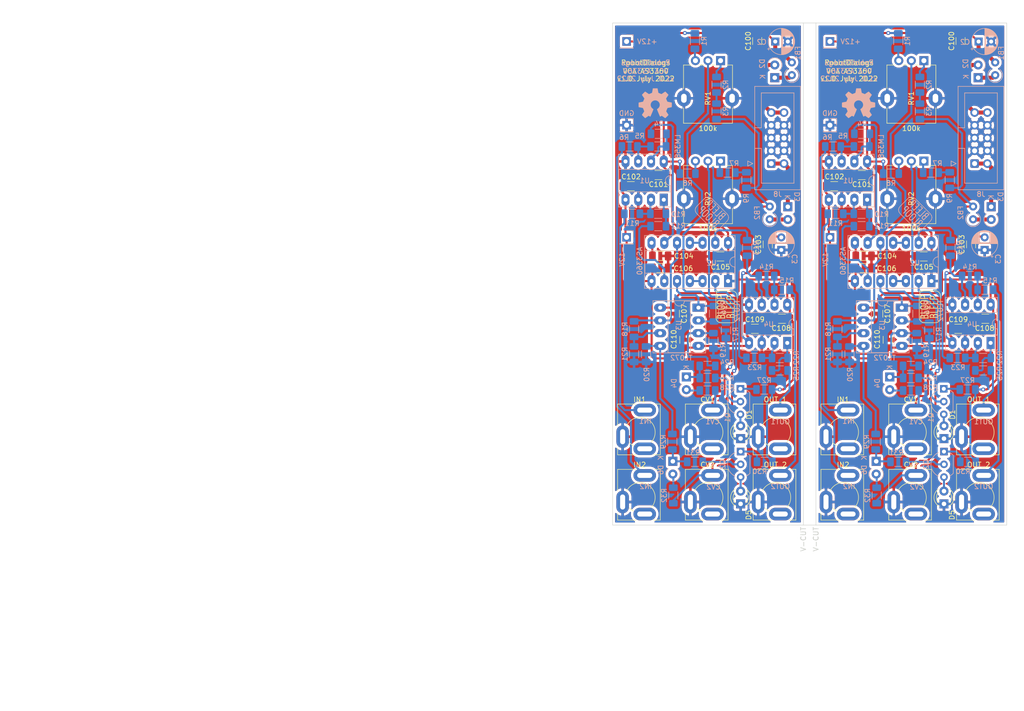
<source format=kicad_pcb>
(kicad_pcb (version 20211014) (generator pcbnew)
  (title_block (title "VCA_AS3360") (date "2022-08-10") (rev "1.0") (company "RobotDialogs"))
  (layers (0 "F.Cu" signal) (31 "B.Cu" signal) (34 "B.Paste" user) (35 "F.Paste" user) (36 "B.SilkS" user "B.Silkscreen") (37 "F.SilkS" user "F.Silkscreen") (38 "B.Mask" user) (39 "F.Mask" user) (44 "Edge.Cuts" user))
  (net 0 "")
  (net 1 "+12V")
  (net 2 "GND")
  (net 3 "-12V")
  (net 4 "Net-(C104-Pad1)")
  (net 5 "Net-(D1-Pad2)")
  (net 6 "-12VA")
  (net 7 "Net-(D2-Pad1)")
  (net 8 "Net-(D3-Pad2)")
  (net 9 "+12VA")
  (net 10 "Net-(D4-Pad1)")
  (net 11 "Net-(D4-Pad2)")
  (net 12 "Net-(D5-Pad2)")
  (net 13 "Net-(J2-PadT)")
  (net 14 "Net-(D6-Pad1)")
  (net 15 "Net-(D6-Pad2)")
  (net 17 "Net-(J4-PadT)")
  (net 19 "Net-(J5-PadT)")
  (net 21 "Net-(J6-PadT)")
  (net 23 "Net-(J7-PadT)")
  (net 24 "Net-(Q1-Pad2)")
  (net 25 "Net-(Q1-Pad1)")
  (net 26 "Net-(Q2-Pad2)")
  (net 27 "Net-(Q2-Pad1)")
  (net 28 "Net-(R1-Pad1)")
  (net 29 "/intput_block/Signal_1")
  (net 30 "Net-(R2-Pad2)")
  (net 31 "Net-(R3-Pad2)")
  (net 32 "/output_block/OUT_A_BUF")
  (net 33 "Net-(J3-PadT)")
  (net 34 "Net-(R5-Pad1)")
  (net 35 "/output_block/OUT_B_BUF")
  (net 36 "Net-(R14-Pad1)")
  (net 37 "Net-(R8-Pad1)")
  (net 38 "Net-(R11-Pad1)")
  (net 39 "Net-(R12-Pad1)")
  (net 40 "/intput_block/Linear CV 1")
  (net 41 "Net-(R23-Pad1)")
  (net 42 "Net-(R24-Pad1)")
  (net 43 "Net-(R14-Pad2)")
  (net 44 "Net-(R17-Pad1)")
  (net 45 "/intput_block/Linear CV 2")
  (net 46 "Net-(R29-Pad1)")
  (net 47 "/intput_block/Signal_2")
  (net 48 "Net-(R21-Pad1)")
  (net 49 "Net-(R25-Pad2)")
  (net 52 "Net-(U2-Pad11)")
  (net 53 "Net-(U2-Pad3)")
  (net 54 "Net-(R5-Pad2)")
  (net 55 "Net-(R7-Pad2)")
  (net 56 "Net-(R7-Pad1)")
  (footprint "Capacitor_SMD:C_1206_3216Metric_Pad1.33x1.80mm_HandSolder" (layer "F.Cu") (at 149.1375 80.3 180)
    (fp_text reference "C101")
    (fp_text value "10nF")
  )
  (footprint "LED_THT:LED_D3.0mm" (layer "F.Cu") (at 206 145.775 90)
    (fp_text reference "D5")
    (fp_text value "CV 2 LED")
  )
  (footprint "Capacitor_SMD:C_1206_3216Metric_Pad1.33x1.80mm_HandSolder" (layer "F.Cu") (at 209.3 53.6 -90)
    (fp_text reference "C100")
    (fp_text value "10nF")
  )
  (footprint "Capacitor_SMD:C_1206_3216Metric_Pad1.33x1.80mm_HandSolder" (layer "F.Cu") (at 154.3 113.1 -90)
    (fp_text reference "C110")
    (fp_text value "10nF")
  )
  (footprint "My Stuff:Logo2" (layer "F.Cu") (at 200.3 88 -45)
    (fp_text reference "LOGO102" hide)
    (fp_text value "logo1" hide)
  )
  (footprint "Capacitor_SMD:C_1206_3216Metric_Pad1.33x1.80mm_HandSolder" (layer "F.Cu") (at 173.7375 108.899998)
    (fp_text reference "C108")
    (fp_text value "10nF")
  )
  (footprint "Capacitor_SMD:C_1206_3216Metric_Pad1.33x1.80mm_HandSolder" (layer "F.Cu") (at 190 98.8)
    (fp_text reference "C106")
    (fp_text value "10nF")
  )
  (footprint "Capacitor_SMD:C_1206_3216Metric_Pad1.33x1.80mm_HandSolder" (layer "F.Cu") (at 194.8 113.1 -90)
    (fp_text reference "C110")
    (fp_text value "10nF")
  )
  (footprint "Capacitor_SMD:C_1206_3216Metric_Pad1.33x1.80mm_HandSolder" (layer "F.Cu") (at 208.8375 110.9)
    (fp_text reference "C109")
    (fp_text value "10nF")
  )
  (footprint "My Stuff:Potentiometer_Alpha_RD901F-40-00D_Single_Vertical_w_3d" (layer "F.Cu") (at 199.5 65 -90)
    (fp_text reference "RV1")
    (fp_text value "100k")
  )
  (footprint "My Stuff:Potentiometer_Alpha_RD901F-40-00D_Single_Vertical_w_3d" (layer "F.Cu") (at 159 85 -90)
    (fp_text reference "RV2")
    (fp_text value "100k")
  )
  (footprint "My Stuff:Jack_3.5mm_MJ-355W_Vertical" (layer "F.Cu") (at 145.5 131.5)
    (fp_text reference "J6")
    (fp_text value "IN1")
  )
  (footprint "Capacitor_SMD:C_1206_3216Metric_Pad1.33x1.80mm_HandSolder" (layer "F.Cu") (at 149.5 96.4)
    (fp_text reference "C104")
    (fp_text value "10nF")
  )
  (footprint "My Stuff:Jack_3.5mm_MJ-355W_Vertical" (layer "F.Cu") (at 213 144.5)
    (fp_text reference "J3")
    (fp_text value "OUT_2")
  )
  (footprint "My Stuff:Jack_3.5mm_MJ-355W_Vertical" (layer "F.Cu") (at 186 144.5)
    (fp_text reference "J7")
    (fp_text value "IN2")
  )
  (footprint "My Stuff:Jack_3.5mm_MJ-355W_Vertical" (layer "F.Cu") (at 159 144.5)
    (fp_text reference "J5")
    (fp_text value "CV2")
  )
  (footprint "Capacitor_SMD:C_1206_3216Metric_Pad1.33x1.80mm_HandSolder" (layer "F.Cu") (at 184.1375 82.5 180)
    (fp_text reference "C102")
    (fp_text value "10nF")
  )
  (footprint "Capacitor_SMD:C_1206_3216Metric_Pad1.33x1.80mm_HandSolder" (layer "F.Cu") (at 168.3375 110.9)
    (fp_text reference "C109")
    (fp_text value "10nF")
  )
  (footprint "Capacitor_SMD:C_1206_3216Metric_Pad1.33x1.80mm_HandSolder" (layer "F.Cu") (at 143.6375 82.5 180)
    (fp_text reference "C102")
    (fp_text value "10nF")
  )
  (footprint "My Stuff:Potentiometer_Alpha_RD901F-40-00D_Single_Vertical_w_3d" (layer "F.Cu") (at 199.5 85 -90)
    (fp_text reference "RV2")
    (fp_text value "100k")
  )
  (footprint "My Stuff:Jack_3.5mm_MJ-355W_Vertical" (layer "F.Cu") (at 199.5 131.5)
    (fp_text reference "J4")
    (fp_text value "CV1")
  )
  (footprint "My Stuff:Jack_3.5mm_MJ-355W_Vertical" (layer "F.Cu") (at 145.5 144.5)
    (fp_text reference "J7")
    (fp_text value "IN2")
  )
  (footprint "Capacitor_SMD:C_1206_3216Metric_Pad1.33x1.80mm_HandSolder" (layer "F.Cu") (at 161.475 96.5 180)
    (fp_text reference "C105")
    (fp_text value "10nF")
  )
  (footprint "My Stuff:Logo1" (layer "F.Cu") (at 162.7 106.5 -90)
    (fp_text reference "LOGO101" hide)
    (fp_text value "logo1" hide)
  )
  (footprint "LED_THT:LED_D3.0mm" (layer "F.Cu") (at 165.5 145.775 90)
    (fp_text reference "D5")
    (fp_text value "CV 2 LED")
  )
  (footprint "My Stuff:Potentiometer_Alpha_RD901F-40-00D_Single_Vertical_w_3d" (layer "F.Cu") (at 159 65 -90)
    (fp_text reference "RV1")
    (fp_text value "100k")
  )
  (footprint "Capacitor_SMD:C_1206_3216Metric_Pad1.33x1.80mm_HandSolder" (layer "F.Cu") (at 214.2375 108.899998)
    (fp_text reference "C108")
    (fp_text value "10nF")
  )
  (footprint "My Stuff:Jack_3.5mm_MJ-355W_Vertical" (layer "F.Cu") (at 159 131.5)
    (fp_text reference "J4")
    (fp_text value "CV1")
  )
  (footprint "My Stuff:Jack_3.5mm_MJ-355W_Vertical" (layer "F.Cu") (at 199.5 144.5)
    (fp_text reference "J5")
    (fp_text value "CV2")
  )
  (footprint "Capacitor_SMD:C_1206_3216Metric_Pad1.33x1.80mm_HandSolder" (layer "F.Cu") (at 190 96.4)
    (fp_text reference "C104")
    (fp_text value "10nF")
  )
  (footprint "Capacitor_SMD:C_1206_3216Metric_Pad1.33x1.80mm_HandSolder" (layer "F.Cu") (at 192.9 107.9 -90)
    (fp_text reference "C107")
    (fp_text value "10nF")
  )
  (footprint "My Stuff:Logo1" (layer "F.Cu") (at 203.2 106.5 -90)
    (fp_text reference "LOGO101" hide)
    (fp_text value "logo1" hide)
  )
  (footprint "LED_THT:LED_D3.0mm" (layer "F.Cu") (at 165.5 132.775 90)
    (fp_text reference "D1")
    (fp_text value "CV 1 LED")
  )
  (footprint "Capacitor_SMD:C_1206_3216Metric_Pad1.33x1.80mm_HandSolder" (layer "F.Cu") (at 152.4 107.9 -90)
    (fp_text reference "C107")
    (fp_text value "10nF")
  )
  (footprint "LED_THT:LED_D3.0mm" (layer "F.Cu") (at 206 132.775 90)
    (fp_text reference "D1")
    (fp_text value "CV 1 LED")
  )
  (footprint "Capacitor_SMD:C_1206_3216Metric_Pad1.33x1.80mm_HandSolder" (layer "F.Cu") (at 201.975 96.5 180)
    (fp_text reference "C105")
    (fp_text value "10nF")
  )
  (footprint "My Stuff:Jack_3.5mm_MJ-355W_Vertical" (layer "F.Cu") (at 213 131.5)
    (fp_text reference "J2")
    (fp_text value "OUT_1")
  )
  (footprint "My Stuff:Jack_3.5mm_MJ-355W_Vertical" (layer "F.Cu") (at 172.5 144.5)
    (fp_text reference "J3")
    (fp_text value "OUT_2")
  )
  (footprint "Capacitor_SMD:C_1206_3216Metric_Pad1.33x1.80mm_HandSolder" (layer "F.Cu") (at 168.8 53.6 -90)
    (fp_text reference "C100")
    (fp_text value "10nF")
  )
  (footprint "My Stuff:Jack_3.5mm_MJ-355W_Vertical" (layer "F.Cu") (at 172.5 131.5)
    (fp_text reference "J2")
    (fp_text value "OUT_1")
  )
  (footprint "Capacitor_SMD:C_1206_3216Metric_Pad1.33x1.80mm_HandSolder" (layer "F.Cu") (at 170.9 94.095 90)
    (fp_text reference "C103")
    (fp_text value "10nF")
  )
  (footprint "My Stuff:Jack_3.5mm_MJ-355W_Vertical" (layer "F.Cu") (at 186 131.5)
    (fp_text reference "J6")
    (fp_text value "IN1")
  )
  (footprint "Capacitor_SMD:C_1206_3216Metric_Pad1.33x1.80mm_HandSolder" (layer "F.Cu") (at 211.4 94.095 90)
    (fp_text reference "C103")
    (fp_text value "10nF")
  )
  (footprint "Capacitor_SMD:C_1206_3216Metric_Pad1.33x1.80mm_HandSolder" (layer "F.Cu") (at 189.6375 80.3 180)
    (fp_text reference "C101")
    (fp_text value "10nF")
  )
  (footprint "Capacitor_SMD:C_1206_3216Metric_Pad1.33x1.80mm_HandSolder" (layer "F.Cu") (at 149.5 98.8)
    (fp_text reference "C106")
    (fp_text value "10nF")
  )
  (footprint "My Stuff:Logo2" (layer "F.Cu") (at 159.8 88 -45)
    (fp_text reference "LOGO102" hide)
    (fp_text value "logo1" hide)
  )
  (footprint "Resistor_SMD:R_1206_3216Metric_Pad1.30x1.75mm_HandSolder" (layer "B.Cu") (at 149.075 88.000001 180)
    (fp_text reference "R10")
    (fp_text value "100k")
  )
  (footprint "Resistor_SMD:R_1206_3216Metric_Pad1.30x1.75mm_HandSolder" (layer "B.Cu") (at 192.4 133.399999 -90)
    (fp_text reference "R29")
    (fp_text value "400k")
  )
  (footprint "Resistor_SMD:R_1206_3216Metric_Pad1.30x1.75mm_HandSolder" (layer "B.Cu") (at 208.7 116.7 180)
    (fp_text reference "R23")
    (fp_text value "100k")
  )
  (footprint "Resistor_SMD:R_1206_3216Metric_Pad1.30x1.75mm_HandSolder" (layer "B.Cu") (at 144.28 110.970001 -90)
    (fp_text reference "R18")
    (fp_text value "100k")
  )
  (footprint "Resistor_SMD:R_1206_3216Metric_Pad1.30x1.75mm_HandSolder" (layer "B.Cu") (at 207.15 81.29 90)
    (fp_text reference "R9")
    (fp_text value "100k")
  )
  (footprint "Resistor_SMD:R_1206_3216Metric_Pad1.30x1.75mm_HandSolder" (layer "B.Cu") (at 195.45 80 180)
    (fp_text reference "R8")
    (fp_text value "10k")
  )
  (footprint "Resistor_SMD:R_1206_3216Metric_Pad1.30x1.75mm_HandSolder" (layer "B.Cu") (at 173.7475 103.119999 180)
    (fp_text reference "R15")
    (fp_text value "1k")
  )
  (footprint "Symbol:OSHW-Symbol_6.7x6mm_SilkScreen" (layer "B.Cu") (at 189 66 180)
    (fp_text reference "LOGO100" hide)
    (fp_text value "Logo_Open_Hardware_Small" hide)
  )
  (footprint "Package_TO_SOT_THT:TO-92_Inline_Wide" (layer "B.Cu") (at 165.46 122.86 -90)
    (fp_text reference "Q1")
    (fp_text value "BC547")
  )
  (footprint "Inductor_THT:L_Axial_L6.6mm_D2.7mm_P2.54mm_Vertical_Vishay_IM-2" (layer "B.Cu") (at 211.8 89.095 90)
    (fp_text reference "FB2")
    (fp_text value "FerriteBead")
  )
  (footprint "Package_DIP:DIP-14_W7.62mm_Socket_LongPads" (layer "B.Cu") (at 163 101.4 90)
    (fp_text reference "U2")
    (fp_text value "AS3360")
  )
  (footprint "Resistor_SMD:R_1206_3216Metric_Pad1.30x1.75mm_HandSolder" (layer "B.Cu") (at 166.8 94.8 90)
    (fp_text reference "R13")
    (fp_text value "100k")
  )
  (footprint "Resistor_SMD:R_1206_3216Metric_Pad1.30x1.75mm_HandSolder" (layer "B.Cu") (at 149.194999 72.069999 180)
    (fp_text reference "R4")
    (fp_text value "47k")
  )
  (footprint "Diode_THT:D_A-405_P2.54mm_Vertical_KathodeUp" (layer "B.Cu") (at 215.4 86.6 -90)
    (fp_text reference "D3")
    (fp_text value "D")
  )
  (footprint "Resistor_SMD:R_1206_3216Metric_Pad1.30x1.75mm_HandSolder" (layer "B.Cu") (at 143.895 88.000001 180)
    (fp_text reference "R11")
    (fp_text value "100k")
  )
  (footprint "Resistor_SMD:R_1206_3216Metric_Pad1.30x1.75mm_HandSolder" (layer "B.Cu") (at 200.58 113.32 90)
    (fp_text reference "R19")
    (fp_text value "50k")
  )
  (footprint "Resistor_SMD:R_1206_3216Metric_Pad1.30x1.75mm_HandSolder" (layer "B.Cu") (at 189.694999 72.069999 180)
    (fp_text reference "R4")
    (fp_text value "47k")
  )
  (footprint "Resistor_SMD:R_1206_3216Metric_Pad1.30x1.75mm_HandSolder" (layer "B.Cu") (at 160.7 67.6 90)
    (fp_text reference "R3")
    (fp_text value "100k")
  )
  (footprint "Resistor_SMD:R_1206_3216Metric_Pad1.30x1.75mm_HandSolder" (layer "B.Cu") (at 170.2 123 180)
    (fp_text reference "R27")
    (fp_text value "1k")
  )
  (footprint "Diode_THT:D_A-405_P2.54mm_Vertical_KathodeUp" (layer "B.Cu") (at 192.5 137.3 -90)
    (fp_text reference "D6")
    (fp_text value "D")
  )
  (footprint "Resistor_SMD:R_1206_3216Metric_Pad1.30x1.75mm_HandSolder" (layer "B.Cu") (at 203.4 79.8 180)
    (fp_text reference "R7")
    (fp_text value "10k")
  )
  (footprint "Package_DIP:DIP-8_W7.62mm_Socket_LongPads" (layer "B.Cu") (at 150.194999 85.200001 90)
    (fp_text reference "U1")
    (fp_text value "TL072")
  )
  (footprint "Resistor_SMD:R_1206_3216Metric_Pad1.30x1.75mm_HandSolder" (layer "B.Cu") (at 170.649999 100.4 180)
    (fp_text reference "R14")
    (fp_text value "100k")
  )
  (footprint "Package_DIP:DIP-14_W7.62mm_Socket_LongPads" (layer "B.Cu") (at 203.5 101.4 90)
    (fp_text reference "U2")
    (fp_text value "AS3360")
  )
  (footprint "Resistor_SMD:R_1206_3216Metric_Pad1.30x1.75mm_HandSolder" (layer "B.Cu") (at 151.9 133.399999 -90)
    (fp_text reference "R29")
    (fp_text value "400k")
  )
  (footprint "Resistor_SMD:R_1206_3216Metric_Pad1.30x1.75mm_HandSolder" (layer "B.Cu") (at 162.9 79.8 180)
    (fp_text reference "R7")
    (fp_text value "10k")
  )
  (footprint "Resistor_SMD:R_1206_3216Metric_Pad1.30x1.75mm_HandSolder" (layer "B.Cu") (at 158.9 123.2)
    (fp_text reference "R28")
    (fp_text value "1k")
  )
  (footprint "Package_TO_SOT_THT:TO-92_Inline_Wide" (layer "B.Cu") (at 165.5 135.36 -90)
    (fp_text reference "Q2")
    (fp_text value "BC547")
  )
  (footprint "Diode_THT:D_A-405_P2.54mm_Vertical_KathodeUp" (layer "B.Cu") (at 154.7 120.5 -90)
    (fp_text reference "D4")
    (fp_text value "D")
  )
  (footprint "Resistor_SMD:R_1206_3216Metric_Pad1.30x1.75mm_HandSolder" (layer "B.Cu") (at 156.4 137.4 180)
    (fp_text reference "R31")
    (fp_text value "100k")
  )
  (footprint "Resistor_SMD:R_1206_3216Metric_Pad1.30x1.75mm_HandSolder" (layer "B.Cu") (at 214.2475 103.119999 180)
    (fp_text reference "R15")
    (fp_text value "1k")
  )
  (footprint "Resistor_SMD:R_1206_3216Metric_Pad1.30x1.75mm_HandSolder" (layer "B.Cu") (at 213.8 116.719999 180)
    (fp_text reference "R22")
    (fp_text value "100k")
  )
  (footprint "Resistor_SMD:R_1206_3216Metric_Pad1.30x1.75mm_HandSolder" (layer "B.Cu") (at 160.08 113.32 90)
    (fp_text reference "R19")
    (fp_text value "50k")
  )
  (footprint "Package_TO_SOT_THT:TO-92_Inline_Wide" (layer "B.Cu") (at 205.96 122.86 -90)
    (fp_text reference "Q1")
    (fp_text value "BC547")
  )
  (footprint "Resistor_SMD:R_1206_3216Metric_Pad1.30x1.75mm_HandSolder" (layer "B.Cu") (at 166.65 81.29 90)
    (fp_text reference "R9")
    (fp_text value "100k")
  )
  (footprint "Package_DIP:DIP-8_W7.62mm_Socket_LongPads" (layer "B.Cu") (at 190.694999 85.200001 90)
    (fp_text reference "U1")
    (fp_text value "TL072")
  )
  (footprint "Resistor_SMD:R_1206_3216Metric_Pad1.30x1.75mm_HandSolder" (layer "B.Cu") (at 168.2 116.7 180)
    (fp_text reference "R23")
    (fp_text value "100k")
  )
  (footprint "Resistor_SMD:R_1206_3216Metric_Pad1.30x1.75mm_HandSolder" (layer "B.Cu") (at 196.9 53.6 90)
    (fp_text reference "R1")
    (fp_text value "10k")
  )
  (footprint "Connector_IDC:IDC-Header_2x05_P2.54mm_Vertical" (layer "B.Cu") (at 171.6 78)
    (fp_text reference "J8")
    (fp_text value "Conn_02x05_Odd_Even")
  )
  (footprint "Connector_PinHeader_2.54mm:PinHeader_1x01_P2.54mm_Vertical" (layer "B.Cu") (at 142.79 53.68 180)
    (fp_text reference "J1" hide)
    (fp_text value "+12V")
  )
  (footprint "Resistor_SMD:R_1206_3216Metric_Pad1.30x1.75mm_HandSolder" (layer "B.Cu") (at 201.2 67.6 90)
    (fp_text reference "R3")
    (fp_text value "100k")
  )
  (footprint "Resistor_SMD:R_1206_3216Metric_Pad1.30x1.75mm_HandSolder" (layer "B.Cu") (at 189.575 88.000001 180)
    (fp_text reference "R10")
    (fp_text value "100k")
  )
  (footprint "Diode_THT:D_A-405_P2.54mm_Vertical_KathodeUp" (layer "B.Cu") (at 172.3 60.9 90)
    (fp_text reference "D2")
    (fp_text value "D")
  )
  (footprint "Resistor_SMD:R_1206_3216Metric_Pad1.30x1.75mm_HandSolder" (layer "B.Cu") (at 146.68 115.97 90)
    (fp_text reference "R20")
    (fp_text value "50k")
  )
  (footprint "Diode_THT:D_A-405_P2.54mm_Vertical_KathodeUp" (layer "B.Cu") (at 174.9 86.6 -90)
    (fp_text reference "D3")
    (fp_text value "D")
  )
  (footprint "Resistor_SMD:R_1206_3216Metric_Pad1.30x1.75mm_HandSolder" (layer "B.Cu") (at 189.594999 90.469999 180)
    (fp_text reference "R12")
    (fp_text value "47k")
  )
  (footprint "Capacitor_THT:CP_Radial_D5.0mm_P2.50mm" (layer "B.Cu") (at 212.894888 53.7)
    (fp_text reference "C2")
    (fp_text value "100uF")
  )
  (footprint "Diode_THT:D_A-405_P2.54mm_Vertical_KathodeUp" (layer "B.Cu") (at 152 137.3 -90)
    (fp_text reference "D6")
    (fp_text value "D")
  )
  (footprint "Connector_PinHeader_2.54mm:PinHeader_1x01_P2.54mm_Vertical" (layer "B.Cu") (at 183.29 92.69 180)
    (fp_text reference "J9" hide)
    (fp_text value "-12V")
  )
  (footprint "Resistor_SMD:R_1206_3216Metric_Pad1.30x1.75mm_HandSolder" (layer "B.Cu") (at 149.094999 90.469999 180)
    (fp_text reference "R12")
    (fp_text value "47k")
  )
  (footprint "Resistor_SMD:R_1206_3216Metric_Pad1.30x1.75mm_HandSolder" (layer "B.Cu") (at 196.9 137.4 180)
    (fp_text reference "R31")
    (fp_text value "100k")
  )
  (footprint "Package_DIP:DIP-8_W7.62mm_Socket_LongPads" (layer "B.Cu") (at 197.6 106.700001 180)
    (fp_text reference "U3")
    (fp_text value "LM358")
  )
  (footprint "Resistor_SMD:R_1206_3216Metric_Pad1.30x1.75mm_HandSolder" (layer "B.Cu") (at 207.3 94.8 90)
    (fp_text reference "R13")
    (fp_text value "100k")
  )
  (footprint "Resistor_SMD:R_1206_3216Metric_Pad1.30x1.75mm_HandSolder" (layer "B.Cu") (at 203.08 111.22 -90)
    (fp_text reference "R17")
    (fp_text value "100k")
  )
  (footprint "Resistor_SMD:R_1206_3216Metric_Pad1.30x1.75mm_HandSolder" (layer "B.Cu") (at 201.2 62.3 90)
    (fp_text reference "R2")
    (fp_text value "10k")
  )
  (footprint "Resistor_SMD:R_1206_3216Metric_Pad1.30x1.75mm_HandSolder" (layer "B.Cu") (at 170.3 137.4 180)
    (fp_text reference "R30")
    (fp_text value "1k")
  )
  (footprint "Resistor_SMD:R_1206_3216Metric_Pad1.30x1.75mm_HandSolder" (layer "B.Cu") (at 184.78 110.970001 -90)
    (fp_text reference "R18")
    (fp_text value "100k")
  )
  (footprint "Resistor_SMD:R_1206_3216Metric_Pad1.30x1.75mm_HandSolder" (layer "B.Cu") (at 189.6075 74.6 180)
    (fp_text reference "R5")
    (fp_text value "100k")
  )
  (footprint "Package_DIP:DIP-8_W7.62mm_Socket_LongPads" (layer "B.Cu") (at 157.1 106.700001 180)
    (fp_text reference "U3")
    (fp_text value "LM358")
  )
  (footprint "Connector_PinHeader_2.54mm:PinHeader_1x01_P2.54mm_Vertical" (layer "B.Cu") (at 183.29 53.68 180)
    (fp_text reference "J1" hide)
    (fp_text value "+12V")
  )
  (footprint "Resistor_SMD:R_1206_3216Metric_Pad1.30x1.75mm_HandSolder" (layer "B.Cu") (at 173.3 119.2 180)
    (fp_text reference "R25")
    (fp_text value "1k")
  )
  (footprint "Resistor_SMD:R_1206_3216Metric_Pad1.30x1.75mm_HandSolder" (layer "B.Cu") (at 184.780001 115.97 -90)
    (fp_text reference "R21")
    (fp_text value "100k")
  )
  (footprint "Capacitor_THT:CP_Radial_D5.0mm_P2.50mm" (layer "B.Cu") (at 172.394888 53.7)
    (fp_text reference "C2")
    (fp_text value "100uF")
  )
  (footprint "Connector_PinHeader_2.54mm:PinHeader_1x01_P2.54mm_Vertical" (layer "B.Cu") (at 183.29 70.36 180)
    (fp_text reference "J10" hide)
    (fp_text value "GND")
  )
  (footprint "Resistor_SMD:R_1206_3216Metric_Pad1.30x1.75mm_HandSolder" (layer "B.Cu") (at 144.280001 115.97 -90)
    (fp_text reference "R21")
    (fp_text value "100k")
  )
  (footprint "Resistor_SMD:R_1206_3216Metric_Pad1.30x1.75mm_HandSolder" (layer "B.Cu") (at 199.4 120.7 180)
    (fp_text reference "R26")
    (fp_text value "100k")
  )
  (footprint "Resistor_SMD:R_1206_3216Metric_Pad1.30x1.75mm_HandSolder" (layer "B.Cu") (at 156.4 53.6 90)
    (fp_text reference "R1")
    (fp_text value "10k")
  )
  (footprint "Resistor_SMD:R_1206_3216Metric_Pad1.30x1.75mm_HandSolder" (layer "B.Cu") (at 173.3 116.719999 180)
    (fp_text reference "R22")
    (fp_text value "100k")
  )
  (footprint "Package_DIP:DIP-8_W7.62mm_Socket_LongPads" (layer "B.Cu") (at 215.2875 113.719999 90)
    (fp_text reference "U4")
    (fp_text value "TL072")
  )
  (footprint "Resistor_SMD:R_1206_3216Metric_Pad1.30x1.75mm_HandSolder" (layer "B.Cu") (at 160.2 107.9 -90)
    (fp_text reference "R16")
    (fp_text value "100k")
  )
  (footprint "Resistor_SMD:R_1206_3216Metric_Pad1.30x1.75mm_HandSolder" (layer "B.Cu") (at 210.8 137.4 180)
    (fp_text reference "R30")
    (fp_text value "1k")
  )
  (footprint "Capacitor_THT:CP_Radial_D5.0mm_P2.50mm" (layer "B.Cu") (at 214.1 95.200113 90)
    (fp_text reference "C3")
    (fp_text value "100uF")
  )
  (footprint "Resistor_SMD:R_1206_3216Metric_Pad1.30x1.75mm_HandSolder" (layer "B.Cu") (at 152.099999 144.1 -90)
    (fp_text reference "R32")
    (fp_text value "1k")
  )
  (footprint "Diode_THT:D_A-405_P2.54mm_Vertical_KathodeUp" (layer "B.Cu") (at 195.2 120.5 -90)
    (fp_text reference "D4")
    (fp_text value "D")
  )
  (footprint "Resistor_SMD:R_1206_3216Metric_Pad1.30x1.75mm_HandSolder" (layer "B.Cu") (at 199.4 123.2)
    (fp_text reference "R28")
    (fp_text value "1k")
  )
  (footprint "Resistor_SMD:R_1206_3216Metric_Pad1.30x1.75mm_HandSolder" (layer "B.Cu") (at 200.7 107.9 -90)
    (fp_text reference "R16")
    (fp_text value "100k")
  )
  (footprint "Resistor_SMD:R_1206_3216Metric_Pad1.30x1.75mm_HandSolder" (layer "B.Cu") (at 162.58 111.22 -90)
    (fp_text reference "R17")
    (fp_text value "100k")
  )
  (footprint "Package_DIP:DIP-8_W7.62mm_Socket_LongPads" (layer "B.Cu") (at 174.7875 113.719999 90)
    (fp_text reference "U4")
    (fp_text value "TL072")
  )
  (footprint "Connector_PinHeader_2.54mm:PinHeader_1x01_P2.54mm_Vertical" (layer "B.Cu") (at 142.79 92.69 180)
    (fp_text reference "J9" hide)
    (fp_text value "-12V")
  )
  (footprint "Symbol:OSHW-Symbol_6.7x6mm_SilkScreen" (layer "B.Cu") (at 148.5 66 180)
    (fp_text reference "LOGO100" hide)
    (fp_text value "Logo_Open_Hardware_Small" hide)
  )
  (footprint "Resistor_SMD:R_1206_3216Metric_Pad1.30x1.75mm_HandSolder" (layer "B.Cu") (at 187.18 115.97 90)
    (fp_text reference "R20")
    (fp_text value "50k")
  )
  (footprint "Resistor_SMD:R_1206_3216Metric_Pad1.30x1.75mm_HandSolder" (layer "B.Cu") (at 192.599999 144.1 -90)
    (fp_text reference "R32")
    (fp_text value "1k")
  )
  (footprint "Resistor_SMD:R_1206_3216Metric_Pad1.30x1.75mm_HandSolder" (layer "B.Cu") (at 213.8 119.2 180)
    (fp_text reference "R25")
    (fp_text value "1k")
  )
  (footprint "Resistor_SMD:R_1206_3216Metric_Pad1.30x1.75mm_HandSolder" (layer "B.Cu") (at 184.395 88.000001 180)
    (fp_text reference "R11")
    (fp_text value "100k")
  )
  (footprint "Resistor_SMD:R_1206_3216Metric_Pad1.30x1.75mm_HandSolder" (layer "B.Cu") (at 211.149999 100.4 180)
    (fp_text reference "R14")
    (fp_text value "100k")
  )
  (footprint "Connector_PinHeader_2.54mm:PinHeader_1x01_P2.54mm_Vertical" (layer "B.Cu") (at 142.79 70.36 180)
    (fp_text reference "J10" hide)
    (fp_text value "GND")
  )
  (footprint "Resistor_SMD:R_1206_3216Metric_Pad1.30x1.75mm_HandSolder" (layer "B.Cu") (at 154.95 80 180)
    (fp_text reference "R8")
    (fp_text value "10k")
  )
  (footprint "Capacitor_THT:CP_Radial_D5.0mm_P2.50mm" (layer "B.Cu") (at 173.6 95.200113 90)
    (fp_text reference "C3")
    (fp_text value "100uF")
  )
  (footprint "Resistor_SMD:R_1206_3216Metric_Pad1.30x1.75mm_HandSolder" (layer "B.Cu") (at 149.1075 74.6 180)
    (fp_text reference "R5")
    (fp_text value "100k")
  )
  (footprint "Inductor_THT:L_Axial_L6.6mm_D2.7mm_P2.54mm_Vertical_Vishay_IM-2" (layer "B.Cu") (at 171.3 89.095 90)
    (fp_text reference "FB2")
    (fp_text value "FerriteBead")
  )
  (footprint "Connector_IDC:IDC-Header_2x05_P2.54mm_Vertical" (layer "B.Cu") (at 212.1 78)
    (fp_text reference "J8")
    (fp_text value "Conn_02x05_Odd_Even")
  )
  (footprint "Resistor_SMD:R_1206_3216Metric_Pad1.30x1.75mm_HandSolder" (layer "B.Cu") (at 143.395 74.6 180)
    (fp_text reference "R6")
    (fp_text value "100k")
  )
  (footprint "Inductor_THT:L_Axial_L6.6mm_D2.7mm_P2.54mm_Vertical_Vishay_IM-2" (layer "B.Cu") (at 216.2 60.395 90)
    (fp_text reference "FB1")
    (fp_text value "FerriteBead")
  )
  (footprint "Resistor_SMD:R_1206_3216Metric_Pad1.30x1.75mm_HandSolder" (layer "B.Cu") (at 158.9 118.3 180)
    (fp_text reference "R24")
    (fp_text value "400k")
  )
  (footprint "Resistor_SMD:R_1206_3216Metric_Pad1.30x1.75mm_HandSolder" (layer "B.Cu") (at 210.7 123 180)
    (fp_text reference "R27")
    (fp_text value "1k")
  )
  (footprint "Resistor_SMD:R_1206_3216Metric_Pad1.30x1.75mm_HandSolder" (layer "B.Cu") (at 183.895 74.6 180)
    (fp_text reference "R6")
    (fp_text value "100k")
  )
  (footprint "Diode_THT:D_A-405_P2.54mm_Vertical_KathodeUp" (layer "B.Cu") (at 212.8 60.9 90)
    (fp_text reference "D2")
    (fp_text value "D")
  )
  (footprint "Package_TO_SOT_THT:TO-92_Inline_Wide" (layer "B.Cu") (at 206 135.36 -90)
    (fp_text reference "Q2")
    (fp_text value "BC547")
  )
  (footprint "Inductor_THT:L_Axial_L6.6mm_D2.7mm_P2.54mm_Vertical_Vishay_IM-2" (layer "B.Cu") (at 175.7 60.395 90)
    (fp_text reference "FB1")
    (fp_text value "FerriteBead")
  )
  (footprint "Resistor_SMD:R_1206_3216Metric_Pad1.30x1.75mm_HandSolder" (layer "B.Cu") (at 160.7 62.3 90)
    (fp_text reference "R2")
    (fp_text value "10k")
  )
  (footprint "Resistor_SMD:R_1206_3216Metric_Pad1.30x1.75mm_HandSolder" (layer "B.Cu") (at 158.9 120.7 180)
    (fp_text reference "R26")
    (fp_text value "100k")
  )
  (footprint "Resistor_SMD:R_1206_3216Metric_Pad1.30x1.75mm_HandSolder" (layer "B.Cu") (at 199.4 118.3 180)
    (fp_text reference "R24")
    (fp_text value "400k")
  )
  (gr_line (start 180.5 50) (end 180.5 150) (layer "Edge.Cuts") (width 0.1))
  (gr_line (start 178 150) (end 178 50) (layer "Edge.Cuts") (width 0.1))
  (gr_rect (start 140 50) (end 218.5 150) (layer "Edge.Cuts") (width 0.1) (fill none))
  (gr_text "OUT1" (at 173.4 129.4) (layer "B.SilkS") (effects (font (size 1 1)) (justify mirror)))
  (gr_text "IN2" (at 187.1 142.3) (layer "B.SilkS") (effects (font (size 1 1)) (justify mirror)))
  (gr_text "OUT2" (at 213.9 142.3) (layer "B.SilkS") (effects (font (size 1 1)) (justify mirror)))
  (gr_text "CV1" (at 200.4 129.4) (layer "B.SilkS") (effects (font (size 1 1)) (justify mirror)))
  (gr_text "CV2" (at 160.1 142.4) (layer "B.SilkS") (effects (font (size 1 1)) (justify mirror)))
  (gr_text "CV2" (at 200.6 142.4) (layer "B.SilkS") (effects (font (size 1 1)) (justify mirror)))
  (gr_text "LM358" (at 193.5 74.6 90) (layer "B.SilkS") (effects (font (size 1 1)) (justify mirror)))
  (gr_text "OUT2" (at 173.4 142.3) (layer "B.SilkS") (effects (font (size 1 1)) (justify mirror)))
  (gr_text "AS3360" (at 145.4 97.4 90) (layer "B.SilkS") (effects (font (size 1 1)) (justify mirror)))
  (gr_text "v1.0 July 2022" (at 146.6 61.1) (layer "B.SilkS") (effects (font (size 1 1)) (justify mirror)))
  (gr_text "TL072" (at 205.3 107.3 90) (layer "B.SilkS") (effects (font (size 1 1)) (justify mirror)))
  (gr_text "CV1" (at 159.9 129.4) (layer "B.SilkS") (effects (font (size 1 1)) (justify mirror)))
  (gr_text "LM358" (at 153 74.6 90) (layer "B.SilkS") (effects (font (size 1 1)) (justify mirror)))
  (gr_text "AS3360" (at 185.9 97.4 90) (layer "B.SilkS") (effects (font (size 1 1)) (justify mirror)))
  (gr_text "OUT1" (at 213.9 129.4) (layer "B.SilkS") (effects (font (size 1 1)) (justify mirror)))
  (gr_text "v1.0 July 2022" (at 187.1 61.1) (layer "B.SilkS") (effects (font (size 1 1)) (justify mirror)))
  (gr_text "IN2" (at 146.6 142.3) (layer "B.SilkS") (effects (font (size 1 1)) (justify mirror)))
  (gr_text "TL072" (at 194.2 116.7) (layer "B.SilkS") (effects (font (size 1 1)) (justify mirror)))
  (gr_text "IN1" (at 146.5 129.3) (layer "B.SilkS") (effects (font (size 1 1)) (justify mirror)))
  (gr_text "IN1" (at 187 129.3) (layer "B.SilkS") (effects (font (size 1 1)) (justify mirror)))
  (gr_text "RobotDialogs\n" (at 146.6 57.9) (layer "B.SilkS") (effects (font (size 1 1)) (justify mirror)))
  (gr_text "TL072" (at 153.7 116.7) (layer "B.SilkS") (effects (font (size 1 1)) (justify mirror)))
  (gr_text "TL072" (at 164.8 107.3 90) (layer "B.SilkS") (effects (font (size 1 1)) (justify mirror)))
  (gr_text "VCA AS3360" (at 146.6 59.6) (layer "B.SilkS") (effects (font (size 1 1)) (justify mirror)))
  (gr_text "RobotDialogs\n" (at 187.1 57.9) (layer "B.SilkS") (effects (font (size 1 1)) (justify mirror)))
  (gr_text "VCA AS3360" (at 187.1 59.6) (layer "B.SilkS") (effects (font (size 1 1)) (justify mirror)))
  (gr_text "RobotDialogs\n" (at 187.1 57.9) (layer "F.SilkS") (effects (font (size 1 1))))
  (gr_text "VCA AS3360" (at 146.6 59.6) (layer "F.SilkS") (effects (font (size 1 1))))
  (gr_text "RobotDialogs\n" (at 146.6 57.9) (layer "F.SilkS") (effects (font (size 1 1))))
  (gr_text "v1.0 July 2022" (at 187.1 61.1) (layer "F.SilkS") (effects (font (size 1 1))))
  (gr_text "v1.0 July 2022" (at 146.6 61.1) (layer "F.SilkS") (effects (font (size 1 1))))
  (gr_text "VCA AS3360" (at 187.1 59.6) (layer "F.SilkS") (effects (font (size 1 1))))
  (gr_text "V-CUT" (at 180.5 152.8 90) (layer "Edge.Cuts") (effects (font (size 1 1))))
  (gr_text "V-CUT" (at 178 152.8 90) (layer "Edge.Cuts") (effects (font (size 1 1))))
  (segment (start 151.8 80.3) (end 151.9 80.4) (width 0.4) (layer "F.Cu") (net 1))
  (segment (start 205.6 103.4) (end 205.2 103.8) (width 0.4) (layer "F.Cu") (net 1))
  (segment (start 189.98 106.700001) (end 192.537499 106.700001) (width 0.4) (layer "F.Cu") (net 1))
  (segment (start 212.894888 55.394888) (end 212.894888 53.7) (width 0.8) (layer "F.Cu") (net 1))
  (segment (start 203.5375 93.8175) (end 203.5 93.78) (width 0.4) (layer "F.Cu") (net 1))
  (segment (start 165.1 101.1) (end 165.1 96.8) (width 0.4) (layer "F.Cu") (net 1))
  (segment (start 192.537499 106.700001) (end 192.9 106.3375) (width 0.4) (layer "F.Cu") (net 1))
  (segment (start 214.5 123) (end 213.8 123) (width 0.4) (layer "F.Cu") (net 1))
  (segment (start 205.6 101.1) (end 205.6 96.8) (width 0.4) (layer "F.Cu") (net 1))
  (segment (start 150.7 80.3) (end 151.8 80.3) (width 0.4) (layer "F.Cu") (net 1))
  (segment (start 214.145 55.8) (end 213.3 55.8) (width 0.8) (layer "F.Cu") (net 1))
  (segment (start 172.8 55.8) (end 172.394888 55.394888) (width 0.8) (layer "F.Cu") (net 1))
  (segment (start 149.48 106.700001) (end 152.037499 106.700001) (width 0.4) (layer "F.Cu") (net 1))
  (segment (start 151.9 80.4) (end 151.9 89.6) (width 0.4) (layer "F.Cu") (net 1))
  (segment (start 193.1 52) (end 194.9 52) (width 0.4) (layer "F.Cu") (net 1))
  (segment (start 190.714998 77.6) (end 190.694999 77.580001) (width 0.4) (layer "F.Cu") (net 1))
  (segment (start 150.7 80.3) (end 150.7 79.205) (width 0.4) (layer "F.Cu") (net 1))
  (segment (start 191.2 79.205) (end 190.694999 78.699999) (width 0.4) (layer "F.Cu") (net 1))
  (segment (start 173.645 55.8) (end 172.8 55.8) (width 0.8) (layer "F.Cu") (net 1))
  (segment (start 174.7875 101.1875) (end 174.7 101.1) (width 0.4) (layer "F.Cu") (net 1))
  (segment (start 152.6 52) (end 154.4 52) (width 0.4) (layer "F.Cu") (net 1))
  (segment (start 153.5 103.8) (end 152.4 104.9) (width 0.4) (layer "F.Cu") (net 1))
  (segment (start 150.7 79.205) (end 150.194999 78.699999) (width 0.4) (layer "F.Cu") (net 1))
  (segment (start 211.1 52) (end 212.594888 53.494888) (width 0.4) (layer "F.Cu") (net 1))
  (segment (start 174 123) (end 173.3 123) (width 0.4) (layer "F.Cu") (net 1))
  (segment (start 150.194999 54.405001) (end 152.6 52) (width 0.4) (layer "F.Cu") (net 1))
  (segment (start 153.4 77.6) (end 150.214998 77.6) (width 0.4) (layer "F.Cu") (net 1))
  (segment (start 205.6 101.1) (end 205.6 103.4) (width 0.4) (layer "F.Cu") (net 1))
  (segment (start 142.79 53.68) (end 149.469998 53.68) (width 0.4) (layer "F.Cu") (net 1))
  (segment (start 216.487011 109.587009) (end 216.487011 121.012989) (width 0.4) (layer "F.Cu") (net 1))
  (segment (start 164.7 103.8) (end 153.5 103.8) (width 0.4) (layer "F.Cu") (net 1))
  (segment (start 152.4 104.9) (end 152.4 106.3375) (width 0.4) (layer "F.Cu") (net 1))
  (segment (start 172.394888 55.394888) (end 172.394888 53.7) (width 0.8) (layer "F.Cu") (net 1))
  (segment (start 175.987011 121.012989) (end 174 123) (width 0.4) (layer "F.Cu") (net 1))
  (segment (start 163 91.8) (end 163 93.78) (width 0.4) (layer "F.Cu") (net 1))
  (segment (start 154.4 52) (end 170.6 52) (width 0.4) (layer "F.Cu") (net 1))
  (segment (start 150.194999 78.699999) (end 150.194999 77.58) (width 0.4) (layer "F.Cu") (net 1))
  (segment (start 216.2 57.855) (end 214.145 55.8) (width 0.8) (layer "F.Cu") (net 1))
  (segment (start 151.9 89.6) (end 153 90.7) (width 0.4) (layer "F.Cu") (net 1))
  (segment (start 161.9 90.7) (end 163 91.8) (width 0.4) (layer "F.Cu") (net 1))
  (segment (start 202.4 90.7) (end 203.5 91.8) (width 0.4) (layer "F.Cu") (net 1))
  (segment (start 165.1 96.8) (end 164.8 96.5) (width 0.4) (layer "F.Cu") (net 1))
  (segment (start 192.3 80.3) (end 192.4 80.4) (width 0.4) (layer "F.Cu") (net 1))
  (segment (start 190.694999 77.580001) (end 190.694999 54.405001) (width 0.4) (layer "F.Cu") (net 1))
  (segment (start 175.3 106.612499) (end 174.7875 106.099999) (width 0.4) (layer "F.Cu") (net 1))
  (segment (start 193.9 77.6) (end 190.714998 77.6) (width 0.4) (layer "F.Cu") (net 1))
  (segment (start 215.8 108.899998) (end 215.8 106.612499) (width 0.4) (layer "F.Cu") (net 1))
  (segment (start 152.037499 106.700001) (end 152.4 106.3375) (width 0.4) (layer "F.Cu") (net 1))
  (segment (start 205.2 103.8) (end 194 103.8) (width 0.4) (layer "F.Cu") (net 1))
  (segment (start 192.4 89.6) (end 193.5 90.7) (width 0.4) (layer "F.Cu") (net 1))
  (segment (start 215.8 108.899998) (end 216.487011 109.587009) (width 0.4) (layer "F.Cu") (net 1))
  (segment (start 164.8 96.5) (end 163.0375 96.5) (width 0.4) (layer "F.Cu") (net 1))
  (segment (start 175.3 108.899998) (end 175.3 106.612499) (width 0.4) (layer "F.Cu") (net 1))
  (segment (start 215.8 106.612499) (end 215.2875 106.099999) (width 0.4) (layer "F.Cu") (net 1))
  (segment (start 191.2 80.3) (end 192.3 80.3) (width 0.4) (layer "F.Cu") (net 1))
  (segment (start 163.0375 93.8175) (end 163 93.78) (width 0.4) (layer "F.Cu") (net 1))
  (segment (start 165.1 103.4) (end 164.7 103.8) (width 0.4) (layer "F.Cu") (net 1))
  (segment (start 194 103.8) (end 192.9 104.9) (width 0.4) (layer "F.Cu") (net 1))
  (segment (start 205.6 96.8) (end 205.3 96.5) (width 0.4) (layer "F.Cu") (net 1))
  (segment (start 149.469998 53.68) (end 150.194999 54.405001) (width 0.4) (layer "F.Cu") (net 1))
  (segment (start 183.29 53.68) (end 189.969998 53.68) (width 0.4) (layer "F.Cu") (net 1))
  (segment (start 170.6 52) (end 172.094888 53.494888) (width 0.4) (layer "F.Cu") (net 1))
  (segment (start 215.2 101.1) (end 205.6 101.1) (width 0.4) (layer "F.Cu") (net 1))
  (segment (start 163.0375 96.5) (end 163.0375 93.8175) (width 0.4) (layer "F.Cu") (net 1))
  (segment (start 175.987011 109.587009) (end 175.987011 121.012989) (width 0.4) (layer "F.Cu") (net 1))
  (segment (start 213.3 55.8) (end 212.894888 55.394888) (width 0.8) (layer "F.Cu") (net 1))
  (segment (start 190.694999 78.699999) (end 190.694999 77.58) (width 0.4) (layer "F.Cu") (net 1))
  (segment (start 192.4 80.4) (end 192.4 89.6) (width 0.4) (layer "F.Cu") (net 1))
  (segment (start 150.194999 77.580001) (end 150.194999 54.405001) (width 0.4) (layer "F.Cu") (net 1))
  (segment (start 191.2 80.3) (end 191.2 79.205) (width 0.4) (layer "F.Cu") (net 1))
  (segment (start 174.7 101.1) (end 165.1 101.1) (width 0.4) (layer "F.Cu") (net 1))
  (segment (start 150.214998 77.6) (end 150.194999 77.580001) (width 0.4) (layer "F.Cu") (net 1))
  (segment (start 203.5 91.8) (end 203.5 93.78) (width 0.4) (layer "F.Cu") (net 1))
  (segment (start 203.5375 96.5) (end 203.5375 93.8175) (width 0.4) (layer "F.Cu") (net 1))
  (segment (start 165.1 101.1) (end 165.1 103.4) (width 0.4) (layer "F.Cu") (net 1))
  (segment (start 175.3 108.899998) (end 175.987011 109.587009) (width 0.4) (layer "F.Cu") (net 1))
  (segment (start 215.2875 106.099999) (end 215.2875 101.1875) (width 0.4) (layer "F.Cu") (net 1))
  (segment (start 193.5 90.7) (end 202.4 90.7) (width 0.4) (layer "F.Cu") (net 1))
  (segment (start 190.694999 54.405001) (end 193.1 52) (width 0.4) (layer "F.Cu") (net 1))
  (segment (start 194.9 52) (end 211.1 52) (width 0.4) (layer "F.Cu") (net 1))
  (segment (start 189.969998 53.68) (end 190.694999 54.405001) (width 0.4) (layer "F.Cu") (net 1))
  (segment (start 174.7875 106.099999) (end 174.7875 101.1875) (width 0.4) (layer "F.Cu") (net 1))
  (segment (start 175.7 57.855) (end 173.645 55.8) (width 0.8) (layer "F.Cu") (net 1))
  (segment (start 153 90.7) (end 161.9 90.7) (width 0.4) (layer "F.Cu") (net 1))
  (segment (start 205.3 96.5) (end 203.5375 96.5) (width 0.4) (layer "F.Cu") (net 1))
  (segment (start 192.9 104.9) (end 192.9 106.3375) (width 0.4) (layer "F.Cu") (net 1))
  (segment (start 215.2875 101.1875) (end 215.2 101.1) (width 0.4) (layer "F.Cu") (net 1))
  (segment (start 216.487011 121.012989) (end 214.5 123) (width 0.4) (layer "F.Cu") (net 1))
  (via (at 193.9 77.6) (size 0.8) (drill 0.4) (layers "F.Cu" "B.Cu") (net 1))
  (via (at 153.4 77.6) (size 0.8) (drill 0.4) (layers "F.Cu" "B.Cu") (net 1))
  (via (at 173.3 123) (size 0.8) (drill 0.4) (layers "F.Cu" "B.Cu") (net 1))
  (via (at 194.9 52) (size 0.8) (drill 0.4) (layers "F.Cu" "B.Cu") (net 1))
  (via (at 213.8 123) (size 0.8) (drill 0.4) (layers "F.Cu" "B.Cu") (net 1))
  (via (at 154.4 52) (size 0.8) (drill 0.4) (layers "F.Cu" "B.Cu") (net 1))
  (segment (start 213.8 123) (end 212.25 123) (width 0.4) (layer "B.Cu") (net 1))
  (segment (start 193.9 80) (end 193.9 77.6) (width 0.4) (layer "B.Cu") (net 1))
  (segment (start 170.75048 125.44952) (end 171.75 124.45) (width 0.4) (layer "B.Cu") (net 1))
  (segment (start 154.4 52) (end 156.35 52) (width 0.4) (layer "B.Cu") (net 1))
  (segment (start 211.25048 125.44952) (end 212.25 124.45) (width 0.4) (layer "B.Cu") (net 1))
  (segment (start 211.25048 136.25048) (end 211.25048 125.44952) (width 0.4) (layer "B.Cu") (net 1))
  (segment (start 156.35 52) (end 156.4 52.05) (width 0.4) (layer "B.Cu") (net 1))
  (segment (start 173.3 123) (end 171.75 123) (width 0.4) (layer "B.Cu") (net 1))
  (segment (start 171.85 137.4) (end 171.85 137.35) (width 0.4) (layer "B.Cu") (net 1))
  (segment (start 171.75 124.45) (end 171.75 123) (width 0.4) (layer "B.Cu") (net 1))
  (segment (start 212.25 124.45) (end 212.25 123) (width 0.4) (layer "B.Cu") (net 1))
  (segment (start 212.35 137.4) (end 212.35 137.35) (width 0.4) (layer "B.Cu") (net 1))
  (segment (start 194.9 52) (end 196.85 52) (width 0.4) (layer "B.Cu") (net 1))
  (segment (start 170.75048 136.25048) (end 170.75048 125.44952) (width 0.4) (layer "B.Cu") (net 1))
  (segment (start 153.4 80) (end 153.4 77.6) (width 0.4) (layer "B.Cu") (net 1))
  (segment (start 171.85 137.35) (end 170.75048 136.25048) (width 0.4) (layer "B.Cu") (net 1))
  (segment (start 196.85 52) (end 196.9 52.05) (width 0.4) (layer "B.Cu") (net 1))
  (segment (start 212.35 137.35) (end 211.25048 136.25048) (width 0.4) (layer "B.Cu") (net 1))
  (segment (start 183.074999 85.2) (end 183.074999 84.379999) (width 0.4) (layer "F.Cu") (net 3))
  (segment (start 142.8 92.71) (end 142.8 100.93) (width 0.4) (layer "F.Cu") (net 3))
  (segment (start 170.9 91.6) (end 169.2 89.9) (width 0.4) (layer "F.Cu") (net 3))
  (segment (start 156.757501 114.6625) (end 157.1 114.320001) (width 0.4) (layer "F.Cu") (net 3))
  (segment (start 182.495 82.58) (end 182.575 82.5) (width 0.4) (layer "F.Cu") (net 3))
  (segment (start 170.9 92.5325) (end 170.9 91.6) (width 0.4) (layer "F.Cu") (net 3))
  (segment (start 166.567498 114.320001) (end 167.1675 113.719999) (width 0.4) (layer "F.Cu") (net 3))
  (segment (start 183.77 101.4) (end 188.26 101.4) (width 0.4) (layer "F.Cu") (net 3))
  (segment (start 188.26 116.36) (end 188.7 116.8) (width 0.4) (layer "F.Cu") (net 3))
  (segment (start 142.574999 84.379999) (end 141.995 83.8) (width 0.4) (layer "F.Cu") (net 3))
  (segment (start 170.045 86.555) (end 171.3 86.555) (width 0.4) (layer "F.Cu") (net 3))
  (segment (start 183.074999 85.200001) (end 183.074999 92.484999) (width 0.4) (layer "F.Cu") (net 3))
  (segment (start 207.275 112.275) (end 207.6675 112.6675) (width 0.4) (layer "F.Cu") (net 3))
  (segment (start 168.6 98.2) (end 166.98036 99.81964) (width 0.4) (layer "F.Cu") (net 3))
  (segment (start 211.4 91.6) (end 209.7 89.9) (width 0.4) (layer "F.Cu") (net 3))
  (segment (start 197.6 114.320001) (end 207.067498 114.320001) (width 0.4) (layer "F.Cu") (net 3))
  (segment (start 207.067498 114.320001) (end 207.6675 113.719999) (width 0.4) (layer "F.Cu") (net 3))
  (segment (start 154.3 114.6625) (end 156.757501 114.6625) (width 0.4) (layer "F.Cu") (net 3))
  (segment (start 183.074999 92.484999) (end 183.3 92.71) (width 0.4) (layer "F.Cu") (net 3))
  (segment (start 211.4 92.5325) (end 213.932387 92.5325) (width 0.4) (layer "F.Cu") (net 3))
  (segment (start 147.912501 98.799999) (end 147.912501 101.247499) (width 0.4) (layer "F.Cu") (net 3))
  (segment (start 183.074999 84.379999) (end 182.495 83.8) (width 0.4) (layer "F.Cu") (net 3))
  (segment (start 148.2 116.8) (end 153.7 116.8) (width 0.4) (layer "F.Cu") (net 3))
  (segment (start 173.432387 92.5325) (end 173.6 92.700113) (width 0.4) (layer "F.Cu") (net 3))
  (segment (start 213.932387 92.5325) (end 214.1 92.700113) (width 0.4) (layer "F.Cu") (net 3))
  (segment (start 143.27 101.4) (end 147.76 101.4) (width 0.4) (layer "F.Cu") (net 3))
  (segment (start 197.257501 114.6625) (end 197.6 114.320001) (width 0.4) (layer "F.Cu") (net 3))
  (segment (start 169.2 89.9) (end 169.2 87.4) (width 0.4) (layer "F.Cu") (net 3))
  (segment (start 207.48036 99.81964) (end 206.531261 99.81964) (width 0.4) (layer "F.Cu") (net 3))
  (segment (start 166.98036 99.81964) (end 166.031261 99.81964) (width 0.4) (layer "F.Cu") (net 3))
  (segment (start 211.4 92.5325) (end 211.4 91.6) (width 0.4) (layer "F.Cu") (net 3))
  (segment (start 194.8 114.6625) (end 197.257501 114.6625) (width 0.4) (layer "F.Cu") (net 3))
  (segment (start 168.6 98.1) (end 168.6 98.2) (width 0.4) (layer "F.Cu") (net 3))
  (segment (start 209.7 89.9) (end 209.7 87.4) (width 0.4) (layer "F.Cu") (net 3))
  (segment (start 147.76 101.4) (end 147.76 116.36) (width 0.4) (layer "F.Cu") (net 3))
  (segment (start 209.1 98.1) (end 209.1 98.2) (width 0.4) (layer "F.Cu") (net 3))
  (segment (start 207.275 110.9) (end 207.275 112.275) (width 0.4) (layer "F.Cu") (net 3))
  (segment (start 188.412501 98.799999) (end 188.412501 101.247499) (width 0.4) (layer "F.Cu") (net 3))
  (segment (start 169.2 87.4) (end 170.045 86.555) (width 0.4) (layer "F.Cu") (net 3))
  (segment (start 142.574999 92.484999) (end 142.8 92.71) (width 0.4) (layer "F.Cu") (net 3))
  (segment (start 168.6 93.3) (end 168.6 98.1) (width 0.4) (layer "F.Cu") (net 3))
  (segment (start 142.574999 85.2) (end 142.574999 84.379999) (width 0.4) (layer "F.Cu") (net 3))
  (segment (start 183.3 100.93) (end 183.77 101.4) (width 0.4) (layer "F.Cu") (net 3))
  (segment (start 142.8 100.93) (end 143.27 101.4) (width 0.4) (layer "F.Cu") (net 3))
  (segment (start 154.3 116.2) (end 154.3 114.6625) (width 0.4) (layer "F.Cu") (net 3))
  (segment (start 207.6675 112.6675) (end 207.6675 113.719999) (width 0.4) (layer "F.Cu") (net 3))
  (segment (start 142.574999 85.200001) (end 142.574999 92.484999) (width 0.4) (layer "F.Cu") (net 3))
  (segment (start 141.995 83.8) (end 141.995 82.58) (width 0.4) (layer "F.Cu") (net 3))
  (segment (start 194.2 116.8) (end 194.8 116.2) (width 0.4) (layer "F.Cu") (net 3))
  (segment (start 167.1675 112.6675) (end 167.1675 113.719999) (width 0.4) (layer "F.Cu") (net 3))
  (segment (start 147.76 116.36) (end 148.2 116.8) (width 0.4) (layer "F.Cu") (net 3))
  (segment (start 141.995 82.58) (end 142.075 82.5) (width 0.4) (layer "F.Cu") (net 3))
  (segment (start 209.1 98.2) (end 207.48036 99.81964) (width 0.4) (layer "F.Cu") (net 3))
  (segment (start 211.4 92.5325) (end 209.8675 92.5325) (width 0.4) (layer "F.Cu") (net 3))
  (segment (start 188.26 101.4) (end 188.26 116.36) (width 0.4) (layer "F.Cu") (net 3))
  (segment (start 182.495 83.8) (end 182.495 82.58) (width 0.4) (layer "F.Cu") (net 3))
  (segment (start 194.8 116.2) (end 194.8 114.6625) (width 0.4) (layer "F.Cu") (net 3))
  (segment (start 188.7 116.8) (end 194.2 116.8) (width 0.4) (layer "F.Cu") (net 3))
  (segment (start 209.7 87.4) (end 210.545 86.555) (width 0.4) (layer "F.Cu") (net 3))
  (segment (start 153.7 116.8) (end 154.3 116.2) (width 0.4) (layer "F.Cu") (net 3))
  (segment (start 166.775 110.9) (end 166.775 112.275) (width 0.4) (layer "F.Cu") (net 3))
  (segment (start 166.775 112.275) (end 167.1675 112.6675) (width 0.4) (layer "F.Cu") (net 3))
  (segment (start 209.8675 92.5325) (end 209.1 93.3) (width 0.4) (layer "F.Cu") (net 3))
  (segment (start 170.9 92.5325) (end 169.3675 92.5325) (width 0.4) (layer "F.Cu") (net 3))
  (segment (start 170.9 92.5325) (end 173.432387 92.5325) (width 0.4) (layer "F.Cu") (net 3))
  (segment (start 183.3 92.71) (end 183.3 100.93) (width 0.4) (layer "F.Cu") (net 3))
  (segment (start 210.545 86.555) (end 211.8 86.555) (width 0.4) (layer "F.Cu") (net 3))
  (segment (start 157.1 114.320001) (end 166.567498 114.320001) (width 0.4) (layer "F.Cu") (net 3))
  (segment (start 169.3675 92.5325) (end 168.6 93.3) (width 0.4) (layer "F.Cu") (net 3))
  (segment (start 209.1 93.3) (end 209.1 98.1) (width 0.4) (layer "F.Cu") (net 3))
  (via (at 166.031261 99.81964) (size 0.8) (drill 0.4) (layers "F.Cu" "B.Cu") (net 3))
  (via (at 206.531261 99.81964) (size 0.8) (drill 0.4) (layers "F.Cu" "B.Cu") (net 3))
  (segment (start 209.6 72) (end 209.6 82.3) (width 0.4) (layer "B.Cu") (net 3))
  (segment (start 166.25 69.15) (end 169.1 72) (width 0.4) (layer "B.Cu") (net 3))
  (segment (start 209.6 82.3) (end 209.05 82.85) (width 0.4) (layer "B.Cu") (net 3))
  (segment (start 206.75 69.15) (end 209.6 72) (width 0.4) (layer "B.Cu") (net 3))
  (segment (start 169.1 82.3) (end 168.55 82.85) (width 0.4) (layer "B.Cu") (net 3))
  (segment (start 168.55 82.85) (end 166.8 82.85) (width 0.4) (layer "B.Cu") (net 3))
  (segment (start 206.29904 100.051861) (end 206.29904 112.351539) (width 0.4) (layer "B.Cu") (net 3))
  (segment (start 171.3 86.555) (end 168.55 83.805) (width 0.4) (layer "B.Cu") (net 3))
  (segment (start 168.55 83.805) (end 168.55 82.85) (width 0.4) (layer "B.Cu") (net 3))
  (segment (start 165.79904 100.051861) (end 165.79904 112.351539) (width 0.4) (layer "B.Cu") (net 3))
  (segment (start 160.7 69.15) (end 166.25 69.15) (width 0.4) (layer "B.Cu") (net 3))
  (segment (start 166.031261 99.81964) (end 165.79904 100.051861) (width 0.4) (layer "B.Cu") (net 3))
  (segment (start 206.29904 112.351539) (end 207.6675 113.719999) (width 0.4) (layer "B.Cu") (net 3))
  (segment (start 209.05 83.805) (end 209.05 82.85) (width 0.4) (layer "B.Cu") (net 3))
  (segment (start 201.2 69.15) (end 206.75 69.15) (width 0.4) (layer "B.Cu") (net 3))
  (segment (start 209.05 82.85) (end 207.3 82.85) (width 0.4) (layer "B.Cu") (net 3))
  (segment (start 211.8 86.555) (end 209.05 83.805) (width 0.4) (layer "B.Cu") (net 3))
  (segment (start 206.531261 99.81964) (end 206.29904 100.051861) (width 0.4) (layer "B.Cu") (net 3))
  (segment (start 165.79904 112.351539) (end 167.1675 113.719999) (width 0.4) (layer "B.Cu") (net 3))
  (segment (start 169.1 72) (end 169.1 82.3) (width 0.4) (layer "B.Cu") (net 3))
  (segment (start 188.412499 93.932499) (end 188.26 93.78) (width 0.4) (layer "F.Cu") (net 4))
  (segment (start 147.912499 96.399999) (end 147.912499 93.932499) (width 0.4) (layer "F.Cu") (net 4))
  (segment (start 188.412499 96.399999) (end 188.412499 93.932499) (width 0.4) (layer "F.Cu") (net 4))
  (segment (start 147.912499 93.932499) (end 147.76 93.78) (width 0.4) (layer "F.Cu") (net 4))
  (segment (start 205.96 130.195) (end 206 130.235) (width 0.4) (layer "B.Cu") (net 5))
  (segment (start 165.46 130.195) (end 165.5 130.235) (width 0.4) (layer "B.Cu") (net 5))
  (segment (start 205.96 127.94) (end 205.96 130.195) (width 0.4) (layer "B.Cu") (net 5))
  (segment (start 165.46 127.94) (end 165.46 130.195) (width 0.4) (layer "B.Cu") (net 5))
  (segment (start 174.9 86.6) (end 174.9 78.76) (width 0.8) (layer "F.Cu") (net 6))
  (segment (start 215.4 78.76) (end 214.64 78) (width 0.8) (layer "F.Cu") (net 6))
  (segment (start 212.1 78) (end 214.64 78) (width 0.8) (layer "F.Cu") (net 6))
  (segment (start 171.6 78) (end 174.14 78) (width 0.8) (layer "F.Cu") (net 6))
  (segment (start 215.4 86.6) (end 215.4 78.76) (width 0.8) (layer "F.Cu") (net 6))
  (segment (start 174.9 78.76) (end 174.14 78) (width 0.8) (layer "F.Cu") (net 6))
  (segment (start 172.3 60.9) (end 175.195 60.9) (width 0.8) (layer "F.Cu") (net 7))
  (segment (start 175.195 60.9) (end 175.7 60.395) (width 0.8) (layer "F.Cu") (net 7))
  (segment (start 212.8 60.9) (end 215.695 60.9) (width 0.8) (layer "F.Cu") (net 7))
  (segment (start 215.695 60.9) (end 216.2 60.395) (width 0.8) (layer "F.Cu") (net 7))
  (segment (start 171.345 89.14) (end 171.3 89.095) (width 0.8) (layer "F.Cu") (net 8))
  (segment (start 174.9 89.14) (end 171.345 89.14) (width 0.8) (layer "F.Cu") (net 8))
  (segment (start 211.845 89.14) (end 211.8 89.095) (width 0.8) (layer "F.Cu") (net 8))
  (segment (start 215.4 89.14) (end 211.845 89.14) (width 0.8) (layer "F.Cu") (net 8))
  (segment (start 171.027208 58.36) (end 172.3 58.36) (width 0.8) (layer "F.Cu") (net 9))
  (segment (start 211.527208 58.36) (end 212.8 58.36) (width 0.8) (layer "F.Cu") (net 9))
  (segment (start 210.3 66.04) (end 210.3 59.587208) (width 0.8) (layer "F.Cu") (net 9))
  (segment (start 169.8 66.04) (end 169.8 59.587208) (width 0.8) (layer "F.Cu") (net 9))
  (segment (start 210.3 59.587208) (end 211.527208 58.36) (width 0.8) (layer "F.Cu") (net 9))
  (segment (start 171.6 67.84) (end 174.14 67.84) (width 0.8) (layer "F.Cu") (net 9))
  (segment (start 169.8 59.587208) (end 171.027208 58.36) (width 0.8) (layer "F.Cu") (net 9))
  (segment (start 212.1 67.84) (end 214.64 67.84) (width 0.8) (layer "F.Cu") (net 9))
  (segment (start 171.6 67.84) (end 169.8 66.04) (width 0.8) (layer "F.Cu") (net 9))
  (segment (start 212.1 67.84) (end 210.3 66.04) (width 0.8) (layer "F.Cu") (net 9))
  (segment (start 157.35 120.7) (end 157.35 118.3) (width 0.4) (layer "B.Cu") (net 10))
  (segment (start 197.65 120.5) (end 197.85 120.7) (width 0.4) (layer "B.Cu") (net 10))
  (segment (start 157.15 120.5) (end 157.35 120.7) (width 0.4) (layer "B.Cu") (net 10))
  (segment (start 154.7 120.5) (end 157.15 120.5) (width 0.4) (layer "B.Cu") (net 10))
  (segment (start 195.2 120.5) (end 197.65 120.5) (width 0.4) (layer "B.Cu") (net 10))
  (segment (start 197.85 120.7) (end 197.85 118.3) (width 0.4) (layer "B.Cu") (net 10))
  (segment (start 157.35 123.2) (end 154.86 123.2) (width 0.4) (layer "B.Cu") (net 11))
  (segment (start 197.85 123.2) (end 195.36 123.2) (width 0.4) (layer "B.Cu") (net 11))
  (segment (start 154.86 123.2) (end 154.7 123.04) (width 0.4) (layer "B.Cu") (net 11))
  (segment (start 195.36 123.2) (end 195.2 123.04) (width 0.4) (layer "B.Cu") (net 11))
  (segment (start 206 140.44) (end 206 143.235) (width 0.4) (layer "B.Cu") (net 12))
  (segment (start 165.5 140.44) (end 165.5 143.235) (width 0.4) (layer "B.Cu") (net 12))
  (segment (start 173.4 127.1) (end 173.4 125.1) (width 0.4) (layer "B.Cu") (net 13))
  (segment (start 213.9 127.1) (end 213.9 125.1) (width 0.4) (layer "B.Cu") (net 13))
  (segment (start 213.9 125.1) (end 215.75 123.25) (width 0.4) (layer "B.Cu") (net 13))
  (segment (start 215.75 123.25) (end 215.75 119.7) (width 0.4) (layer "B.Cu") (net 13))
  (segment (start 173.4 125.1) (end 175.25 123.25) (width 0.4) (layer "B.Cu") (net 13))
  (segment (start 175.25 123.25) (end 175.25 119.7) (width 0.4) (layer "B.Cu") (net 13))
  (segment (start 152 135.049999) (end 151.9 134.949999) (width 0.4) (layer "B.Cu") (net 14))
  (segment (start 152 137.3) (end 152 135.049999) (width 0.4) (layer "B.Cu") (net 14))
  (segment (start 192.5 135.049999) (end 192.4 134.949999) (width 0.4) (layer "B.Cu") (net 14))
  (segment (start 154.75 137.3) (end 154.85 137.4) (width 0.4) (layer "B.Cu") (net 14))
  (segment (start 152 137.3) (end 154.75 137.3) (width 0.4) (layer "B.Cu") (net 14))
  (segment (start 195.25 137.3) (end 195.35 137.4) (width 0.4) (layer "B.Cu") (net 14))
  (segment (start 192.5 137.3) (end 192.5 135.049999) (width 0.4) (layer "B.Cu") (net 14))
  (segment (start 192.5 137.3) (end 195.25 137.3) (width 0.4) (layer "B.Cu") (net 14))
  (segment (start 152.099999 139.939999) (end 152 139.84) (width 0.4) (layer "B.Cu") (net 15))
  (segment (start 152.099999 142.55) (end 152.099999 139.939999) (width 0.4) (layer "B.Cu") (net 15))
  (segment (start 192.599999 142.55) (end 192.599999 139.939999) (width 0.4) (layer "B.Cu") (net 15))
  (segment (start 192.599999 139.939999) (end 192.5 139.84) (width 0.4) (layer "B.Cu") (net 15))
  (segment (start 202.80048 123.89952) (end 202.4 124.3) (width 0.4) (layer "F.Cu") (net 17))
  (segment (start 162.30048 119.59952) (end 163.4 118.5) (width 0.4) (layer "F.Cu") (net 17))
  (segment (start 202.80048 123.89952) (end 202.80048 119.59952) (width 0.4) (layer "F.Cu") (net 17))
  (segment (start 161.9 124.3) (end 160.7 124.3) (width 0.4) (layer "F.Cu") (net 17))
  (segment (start 202.4 124.3) (end 201.2 124.3) (width 0.4) (layer "F.Cu") (net 17))
  (segment (start 162.30048 123.89952) (end 162.30048 119.59952) (width 0.4) (layer "F.Cu") (net 17))
  (segment (start 160.7 124.3) (end 159.9 125.1) (width 0.4) (layer "F.Cu") (net 17))
  (segment (start 159.9 125.1) (end 159.9 127.1) (width 0.4) (layer "F.Cu") (net 17))
  (segment (start 162.30048 123.89952) (end 161.9 124.3) (width 0.4) (layer "F.Cu") (net 17))
  (segment (start 202.80048 119.59952) (end 203.9 118.5) (width 0.4) (layer "F.Cu") (net 17))
  (segment (start 200.4 125.1) (end 200.4 127.1) (width 0.4) (layer "F.Cu") (net 17))
  (segment (start 201.2 124.3) (end 200.4 125.1) (width 0.4) (layer "F.Cu") (net 17))
  (via (at 203.9 118.5) (size 0.8) (drill 0.4) (layers "F.Cu" "B.Cu") (net 17))
  (via (at 163.4 118.5) (size 0.8) (drill 0.4) (layers "F.Cu" "B.Cu") (net 17))
  (segment (start 200.95 126.55) (end 200.4 127.1) (width 0.4) (layer "B.Cu") (net 17))
  (segment (start 198.3 83.5) (end 195.4 80.6) (width 0.4) (layer "B.Cu") (net 17))
  (segment (start 194.61 100.51) (end 194.62 100.5) (width 0.4) (layer "B.Cu") (net 17))
  (segment (start 200.95 123.2) (end 200.95 126.55) (width 0.4) (layer "B.Cu") (net 17))
  (segment (start 157.8 83.5) (end 154.9 80.6) (width 0.4) (layer "B.Cu") (net 17))
  (segment (start 154.59 103.5) (end 154.11 103.02) (width 0.4) (layer "B.Cu") (net 17))
  (segment (start 162.3 105.2) (end 159.3 105.2) (width 0.4) (layer "B.Cu") (net 17))
  (segment (start 199.8 105.2) (end 198.1 103.5) (width 0.4) (layer "B.Cu") (net 17))
  (segment (start 163.4 118.5) (end 164 117.9) (width 0.4) (layer "B.Cu") (net 17))
  (segment (start 159.3 105.2) (end 157.6 103.5) (width 0.4) (layer "B.Cu") (net 17))
  (segment (start 195.09 103.5) (end 194.61 103.02) (width 0.4) (layer "B.Cu") (net 17))
  (segment (start 194.62 92.08) (end 198.3 88.4) (width 0.4) (layer "B.Cu") (net 17))
  (segment (start 198.3 88.4) (end 198.3 83.5) (width 0.4) (layer "B.Cu") (net 17))
  (segment (start 203.9 118.5) (end 204.5 117.9) (width 0.4) (layer "B.Cu") (net 17))
  (segment (start 202.8 105.2) (end 199.8 105.2) (width 0.4) (layer "B.Cu") (net 17))
  (segment (start 154.12 92.08) (end 157.8 88.4) (width 0.4) (layer "B.Cu") (net 17))
  (segment (start 159 68) (end 159 57.5) (width 0.4) (layer "B.Cu") (net 17))
  (segment (start 154.11 100.51) (end 154.12 100.5) (width 0.4) (layer "B.Cu") (net 17))
  (segment (start 198.1 103.5) (end 195.09 103.5) (width 0.4) (layer "B.Cu") (net 17))
  (segment (start 157.8 88.4) (end 157.8 83.5) (width 0.4) (layer "B.Cu") (net 17))
  (segment (start 194.61 103.02) (end 194.61 100.51) (width 0.4) (layer "B.Cu") (net 17))
  (segment (start 164 106.9) (end 162.3 105.2) (width 0.4) (layer "B.Cu") (net 17))
  (segment (start 157.6 103.5) (end 154.59 103.5) (width 0.4) (layer "B.Cu") (net 17))
  (segment (start 195.4 80.6) (end 195.4 72.1) (width 0.4) (layer "B.Cu") (net 17))
  (segment (start 160.45 126.55) (end 159.9 127.1) (width 0.4) (layer "B.Cu") (net 17))
  (segment (start 204.5 106.9) (end 202.8 105.2) (width 0.4) (layer "B.Cu") (net 17))
  (segment (start 164 117.9) (end 164 106.9) (width 0.4) (layer "B.Cu") (net 17))
  (segment (start 194.62 100.5) (end 194.62 92.08) (width 0.4) (layer "B.Cu") (net 17))
  (segment (start 199.5 68) (end 199.5 57.5) (width 0.4) (layer "B.Cu") (net 17))
  (segment (start 204.5 117.9) (end 204.5 106.9) (width 0.4) (layer "B.Cu") (net 17))
  (segment (start 154.9 80.6) (end 154.9 72.1) (width 0.4) (layer "B.Cu") (net 17))
  (segment (start 195.4 72.1) (end 199.5 68) (width 0.4) (layer "B.Cu") (net 17))
  (segment (start 160.45 123.2) (end 160.45 126.55) (width 0.4) (layer "B.Cu") (net 17))
  (segment (start 154.9 72.1) (end 159 68) (width 0.4) (layer "B.Cu") (net 17))
  (segment (start 154.11 103.02) (end 154.11 100.51) (width 0.4) (layer "B.Cu") (net 17))
  (segment (start 154.12 100.5) (end 154.12 92.08) (width 0.4) (layer "B.Cu") (net 17))
  (segment (start 159.9 140.1) (end 159.9 138) (width 0.4) (layer "F.Cu") (net 19))
  (segment (start 163.8 135.6) (end 163.8 119.7) (width 0.4) (layer "F.Cu") (net 19))
  (segment (start 160.7 137.2) (end 162.2 137.2) (width 0.4) (layer "F.Cu") (net 19))
  (segment (start 200.4 140.1) (end 200.4 138) (width 0.4) (layer "F.Cu") (net 19))
  (segment (start 163.8 119.7) (end 164.2 119.3) (width 0.4) (layer "F.Cu") (net 19))
  (segment (start 204.3 119.7) (end 204.7 119.3) (width 0.4) (layer "F.Cu") (net 19))
  (segment (start 201.2 137.2) (end 202.7 137.2) (width 0.4) (layer "F.Cu") (net 19))
  (segment (start 204.3 135.6) (end 204.3 119.7) (width 0.4) (layer "F.Cu") (net 19))
  (segment (start 202.7 137.2) (end 204.3 135.6) (width 0.4) (layer "F.Cu") (net 19))
  (segment (start 159.9 138) (end 160.7 137.2) (width 0.4) (layer "F.Cu") (net 19))
  (segment (start 162.2 137.2) (end 163.8 135.6) (width 0.4) (layer "F.Cu") (net 19))
  (segment (start 200.4 138) (end 201.2 137.2) (width 0.4) (layer "F.Cu") (net 19))
  (via (at 204.7 119.3) (size 0.8) (drill 0.4) (layers "F.Cu" "B.Cu") (net 19))
  (via (at 164.2 119.3) (size 0.8) (drill 0.4) (layers "F.Cu" "B.Cu") (net 19))
  (segment (start 159.2 104) (end 159.2 79.41) (width 0.4) (layer "B.Cu") (net 19))
  (segment (start 200.2 104.5) (end 199.7 104) (width 0.4) (layer "B.Cu") (net 19))
  (segment (start 199.7 104) (end 199.7 79.41) (width 0.4) (layer "B.Cu") (net 19))
  (segment (start 159 79.21) (end 159 77.5) (width 0.4) (layer "B.Cu") (net 19))
  (segment (start 205.1 118.9) (end 205.1 106.5) (width 0.4) (layer "B.Cu") (net 19))
  (segment (start 164.6 118.9) (end 164.6 106.5) (width 0.4) (layer "B.Cu") (net 19))
  (segment (start 203.1 104.5) (end 200.2 104.5) (width 0.4) (layer "B.Cu") (net 19))
  (segment (start 152.099999 145.100001) (end 157.1 140.1) (width 0.4) (layer "B.Cu") (net 19))
  (segment (start 192.599999 145.65) (end 192.599999 145.100001) (width 0.4) (layer "B.Cu") (net 19))
  (segment (start 197.6 140.1) (end 200.4 140.1) (width 0.4) (layer "B.Cu") (net 19))
  (segment (start 199.5 79.21) (end 199.5 77.5) (width 0.4) (layer "B.Cu") (net 19))
  (segment (start 205.1 106.5) (end 203.1 104.5) (width 0.4) (layer "B.Cu") (net 19))
  (segment (start 157.1 140.1) (end 159.9 140.1) (width 0.4) (layer "B.Cu") (net 19))
  (segment (start 152.099999 145.65) (end 152.099999 145.100001) (width 0.4) (layer "B.Cu") (net 19))
  (segment (start 199.7 79.41) (end 199.5 79.21) (width 0.4) (layer "B.Cu") (net 19))
  (segment (start 204.7 119.3) (end 205.1 118.9) (width 0.4) (layer "B.Cu") (net 19))
  (segment (start 162.6 104.5) (end 159.7 104.5) (width 0.4) (layer "B.Cu") (net 19))
  (segment (start 164.2 119.3) (end 164.6 118.9) (width 0.4) (layer "B.Cu") (net 19))
  (segment (start 164.6 106.5) (end 162.6 104.5) (width 0.4) (layer "B.Cu") (net 19))
  (segment (start 159.7 104.5) (end 159.2 104) (width 0.4) (layer "B.Cu") (net 19))
  (segment (start 192.599999 145.100001) (end 197.6 140.1) (width 0.4) (layer "B.Cu") (net 19))
  (segment (start 159.2 79.41) (end 159 79.21) (width 0.4) (layer "B.Cu") (net 19))
  (segment (start 182.845 88.000001) (end 182.845 89.855) (width 0.4) (layer "B.Cu") (net 21))
  (segment (start 181.99952 90.70048) (end 181.99952 126.15167) (width 0.4) (layer "B.Cu") (net 21))
  (segment (start 182.845 89.855) (end 181.99952 90.70048) (width 0.4) (layer "B.Cu") (net 21))
  (segment (start 182.94785 127.1) (end 186.9 127.1) (width 0.4) (layer "B.Cu") (net 21))
  (segment (start 181.99952 126.15167) (end 182.94785 127.1) (width 0.4) (layer "B.Cu") (net 21))
  (segment (start 142.345 88.000001) (end 142.345 89.855) (width 0.4) (layer "B.Cu") (net 21))
  (segment (start 141.49952 126.15167) (end 142.44785 127.1) (width 0.4) (layer "B.Cu") (net 21))
  (segment (start 142.44785 127.1) (end 146.4 127.1) (width 0.4) (layer "B.Cu") (net 21))
  (segment (start 142.345 89.855) (end 141.49952 90.70048) (width 0.4) (layer "B.Cu") (net 21))
  (segment (start 141.49952 90.70048) (end 141.49952 126.15167) (width 0.4) (layer "B.Cu") (net 21))
  (segment (start 141.845 74.6) (end 141.845 75.855) (width 0.4) (layer "B.Cu") (net 23))
  (segment (start 186.9 140.1) (end 184.14952 137.34952) (width 0.4) (layer "B.Cu") (net 23))
  (segment (start 143.64952 129.14952) (end 140.9 126.4) (width 0.4) (layer "B.Cu") (net 23))
  (segment (start 184.14952 129.14952) (end 181.4 126.4) (width 0.4) (layer "B.Cu") (net 23))
  (segment (start 182.345 74.6) (end 182.345 75.855) (width 0.4) (layer "B.Cu") (net 23))
  (segment (start 146.4 140.1) (end 143.64952 137.34952) (width 0.4) (layer "B.Cu") (net 23))
  (segment (start 143.64952 137.34952) (end 143.64952 129.14952) (width 0.4) (layer "B.Cu") (net 23))
  (segment (start 182.345 75.855) (end 181.4 76.8) (width 0.4) (layer "B.Cu") (net 23))
  (segment (start 181.4 126.4) (end 181.4 76.8) (width 0.4) (layer "B.Cu") (net 23))
  (segment (start 140.9 126.4) (end 140.9 76.8) (width 0.4) (layer "B.Cu") (net 23))
  (segment (start 141.845 75.855) (end 140.9 76.8) (width 0.4) (layer "B.Cu") (net 23))
  (segment (start 184.14952 137.34952) (end 184.14952 129.14952) (width 0.4) (layer "B.Cu") (net 23))
  (segment (start 204.5 125.4) (end 205.96 125.4) (width 0.4) (layer "B.Cu") (net 24))
  (segment (start 160.45 120.7) (end 162.5 120.7) (width 0.4) (layer "B.Cu") (net 24))
  (segment (start 162.5 120.7) (end 162.9 121.1) (width 0.4) (layer "B.Cu") (net 24))
  (segment (start 203.4 121.1) (end 203.4 124.3) (width 0.4) (layer "B.Cu") (net 24))
  (segment (start 203.4 124.3) (end 204.5 125.4) (width 0.4) (layer "B.Cu") (net 24))
  (segment (start 162.9 121.1) (end 162.9 124.3) (width 0.4) (layer "B.Cu") (net 24))
  (segment (start 200.95 120.7) (end 203 120.7) (width 0.4) (layer "B.Cu") (net 24))
  (segment (start 162.9 124.3) (end 164 125.4) (width 0.4) (layer "B.Cu") (net 24))
  (segment (start 203 120.7) (end 203.4 121.1) (width 0.4) (layer "B.Cu") (net 24))
  (segment (start 164 125.4) (end 165.46 125.4) (width 0.4) (layer "B.Cu") (net 24))
  (segment (start 168.51 122.86) (end 168.65 123) (width 0.4) (layer "B.Cu") (net 25))
  (segment (start 209.01 122.86) (end 209.15 123) (width 0.4) (layer "B.Cu") (net 25))
  (segment (start 205.96 122.86) (end 209.01 122.86) (width 0.4) (layer "B.Cu") (net 25))
  (segment (start 165.46 122.86) (end 168.51 122.86) (width 0.4) (layer "B.Cu") (net 25))
  (segment (start 157.95 137.4) (end 163.5 137.4) (width 0.4) (layer "B.Cu") (net 26))
  (segment (start 204 137.4) (end 204.5 137.9) (width 0.4) (layer "B.Cu") (net 26))
  (segment (start 204.5 137.9) (end 206 137.9) (width 0.4) (layer "B.Cu") (net 26))
  (segment (start 164 137.9) (end 165.5 137.9) (width 0.4) (layer "B.Cu") (net 26))
  (segment (start 163.5 137.4) (end 164 137.9) (width 0.4) (layer "B.Cu") (net 26))
  (segment (start 198.45 137.4) (end 204 137.4) (width 0.4) (layer "B.Cu") (net 26))
  (segment (start 209.25 136.15) (end 208.46 135.36) (width 0.4) (layer "B.Cu") (net 27))
  (segment (start 209.25 137.4) (end 209.25 136.15) (width 0.4) (layer "B.Cu") (net 27))
  (segment (start 168.75 136.15) (end 167.96 135.36) (width 0.4) (layer "B.Cu") (net 27))
  (segment (start 167.96 135.36) (end 165.5 135.36) (width 0.4) (layer "B.Cu") (net 27))
  (segment (start 208.46 135.36) (end 206 135.36) (width 0.4) (layer "B.Cu") (net 27))
  (segment (start 168.75 137.4) (end 168.75 136.15) (width 0.4) (layer "B.Cu") (net 27))
  (segment (start 196.9 55.15) (end 196.9 57.4) (width 0.4) (layer "B.Cu") (net 28))
  (segment (start 196.9 57.4) (end 197 57.5) (width 0.4) (layer "B.Cu") (net 28))
  (segment (start 156.4 57.4) (end 156.5 57.5) (width 0.4) (layer "B.Cu") (net 28))
  (segment (start 156.4 55.15) (end 156.4 57.4) (width 0.4) (layer "B.Cu") (net 28))
  (segment (start 189 97.2) (end 186.7 97.2) (width 0.4) (layer "B.Cu") (net 29))
  (segment (start 145.3 96.3) (end 145.3 91) (width 0.4) (layer "B.Cu") (net 29))
  (segment (start 150.3 99) (end 148.5 97.2) (width 0.4) (layer "B.Cu") (net 29))
  (segment (start 150.3 101.4) (end 150.3 99) (width 0.4) (layer "B.Cu") (net 29))
  (segment (start 145.3 91) (end 145.830001 90.469999) (width 0.4) (layer "B.Cu") (net 29))
  (segment (start 146.2 97.2) (end 145.3 96.3) (width 0.4) (layer "B.Cu") (net 29))
  (segment (start 186.330001 90.469999) (end 188.044999 90.469999) (width 0.4) (layer "B.Cu") (net 29))
  (segment (start 185.8 96.3) (end 185.8 91) (width 0.4) (layer "B.Cu") (net 29))
  (segment (start 148.5 97.2) (end 146.2 97.2) (width 0.4) (layer "B.Cu") (net 29))
  (segment (start 185.8 91) (end 186.330001 90.469999) (width 0.4) (layer "B.Cu") (net 29))
  (segment (start 186.7 97.2) (end 185.8 96.3) (width 0.4) (layer "B.Cu") (net 29))
  (segment (start 190.8 101.4) (end 190.8 99) (width 0.4) (layer "B.Cu") (net 29))
  (segment (start 145.830001 90.469999) (end 147.544999 90.469999) (width 0.4) (layer "B.Cu") (net 29))
  (segment (start 190.8 99) (end 189 97.2) (width 0.4) (layer "B.Cu") (net 29))
  (segment (start 201.2 60.75) (end 201.2 59.6) (width 0.4) (layer "B.Cu") (net 30))
  (segment (start 160.7 60.75) (end 160.7 59.6) (width 0.4) (layer "B.Cu") (net 30))
  (segment (start 202 58.8) (end 202 57.5) (width 0.4) (layer "B.Cu") (net 30))
  (segment (start 201.2 59.6) (end 202 58.8) (width 0.4) (layer "B.Cu") (net 30))
  (segment (start 160.7 59.6) (end 161.5 58.8) (width 0.4) (layer "B.Cu") (net 30))
  (segment (start 161.5 58.8) (end 161.5 57.5) (width 0.4) (layer "B.Cu") (net 30))
  (segment (start 201.2 63.85) (end 201.2 66.05) (width 0.4) (layer "B.Cu") (net 31))
  (segment (start 160.7 63.85) (end 160.7 66.05) (width 0.4) (layer "B.Cu") (net 31))
  (segment (start 165.19952 106.19952) (end 162.6 103.6) (width 0.4) (layer "B.Cu") (net 32))
  (segment (start 165.19952 116.29952) (end 165.19952 106.19952) (width 0.4) (layer "B.Cu") (net 32))
  (segment (start 207.15 116.7) (end 206.1 116.7) (width 0.4) (layer "B.Cu") (net 32))
  (segment (start 166.65 116.7) (end 165.6 116.7) (width 0.4) (layer "B.Cu") (net 32))
  (segment (start 201.3 103.6) (end 200.96 103.26) (width 0.4) (layer "B.Cu") (net 32))
  (segment (start 205.69952 106.19952) (end 203.1 103.6) (width 0.4) (layer "B.Cu") (net 32))
  (segment (start 203.1 103.6) (end 201.3 103.6) (width 0.4) (layer "B.Cu") (net 32))
  (segment (start 205.69952 116.29952) (end 205.69952 106.19952) (width 0.4) (layer "B.Cu") (net 32))
  (segment (start 160.46 103.26) (end 160.46 101.4) (width 0.4) (layer "B.Cu") (net 32))
  (segment (start 162.6 103.6) (end 160.8 103.6) (width 0.4) (layer "B.Cu") (net 32))
  (segment (start 160.8 103.6) (end 160.46 103.26) (width 0.4) (layer "B.Cu") (net 32))
  (segment (start 200.96 103.26) (end 200.96 101.4) (width 0.4) (layer "B.Cu") (net 32))
  (segment (start 206.1 116.7) (end 205.69952 116.29952) (width 0.4) (layer "B.Cu") (net 32))
  (segment (start 165.6 116.7) (end 165.19952 116.29952) (width 0.4) (layer "B.Cu") (net 32))
  (segment (start 176.347023 104.169522) (end 175.2975 103.119999) (width 0.4) (layer "B.Cu") (net 33))
  (segment (start 173.4 140.1) (end 176.347023 137.152977) (width 0.4) (layer "B.Cu") (net 33))
  (segment (start 176.347023 137.152977) (end 176.347023 104.169522) (width 0.4) (layer "B.Cu") (net 33))
  (segment (start 216.847023 137.152977) (end 216.847023 104.169522) (width 0.4) (layer "B.Cu") (net 33))
  (segment (start 213.9 140.1) (end 216.847023 137.152977) (width 0.4) (layer "B.Cu") (net 33))
  (segment (start 216.847023 104.169522) (end 215.7975 103.119999) (width 0.4) (layer "B.Cu") (net 33))
  (segment (start 149.095 75.6) (end 149.095 74.8) (width 0.4) (layer "B.Cu") (net 34))
  (segment (start 189.595 74.8) (end 189.795 74.6) (width 0.4) (layer "B.Cu") (net 34))
  (segment (start 189.795 74.6) (end 191.1575 74.6) (width 0.4) (layer "B.Cu") (net 34))
  (segment (start 149.095 74.8) (end 149.295 74.6) (width 0.4) (layer "B.Cu") (net 34))
  (segment (start 191.244999 74.512501) (end 191.1575 74.6) (width 0.4) (layer "B.Cu") (net 34))
  (segment (start 188.154999 77.040001) (end 189.595 75.6) (width 0.4) (layer "B.Cu") (net 34))
  (segment (start 188.154999 77.58) (end 188.154999 77.040001) (width 0.4) (layer "B.Cu") (net 34))
  (segment (start 149.295 74.6) (end 150.6575 74.6) (width 0.4) (layer "B.Cu") (net 34))
  (segment (start 147.654999 77.58) (end 147.654999 77.040001) (width 0.4) (layer "B.Cu") (net 34))
  (segment (start 150.744999 72.069999) (end 150.744999 74.512501) (width 0.4) (layer "B.Cu") (net 34))
  (segment (start 191.244999 72.069999) (end 191.244999 74.512501) (width 0.4) (layer "B.Cu") (net 34))
  (segment (start 147.654999 77.040001) (end 149.095 75.6) (width 0.4) (layer "B.Cu") (net 34))
  (segment (start 189.595 75.6) (end 189.595 74.8) (width 0.4) (layer "B.Cu") (net 34))
  (segment (start 150.744999 74.512501) (end 150.6575 74.6) (width 0.4) (layer "B.Cu") (net 34))
  (segment (start 166.8 91.7) (end 166.4 91.3) (width 0.4) (layer "B.Cu") (net 35))
  (segment (start 160.46 91.74) (end 160.46 93.78) (width 0.4) (layer "B.Cu") (net 35))
  (segment (start 200.96 91.74) (end 200.96 93.78) (width 0.4) (layer "B.Cu") (net 35))
  (segment (start 201.4 91.3) (end 200.96 91.74) (width 0.4) (layer "B.Cu") (net 35))
  (segment (start 160.9 91.3) (end 160.46 91.74) (width 0.4) (layer "B.Cu") (net 35))
  (segment (start 166.8 93.25) (end 166.8 91.7) (width 0.4) (layer "B.Cu") (net 35))
  (segment (start 207.3 91.7) (end 206.9 91.3) (width 0.4) (layer "B.Cu") (net 35))
  (segment (start 166.4 91.3) (end 160.9 91.3) (width 0.4) (layer "B.Cu") (net 35))
  (segment (start 207.3 93.25) (end 207.3 91.7) (width 0.4) (layer "B.Cu") (net 35))
  (segment (start 206.9 91.3) (end 201.4 91.3) (width 0.4) (layer "B.Cu") (net 35))
  (segment (start 212.6975 100.402499) (end 212.699999 100.4) (width 0.4) (layer "B.Cu") (net 36))
  (segment (start 172.1975 103.119999) (end 172.1975 106.049999) (width 0.4) (layer "B.Cu") (net 36))
  (segment (start 212.6975 103.119999) (end 212.6975 106.049999) (width 0.4) (layer "B.Cu") (net 36))
  (segment (start 172.1975 100.402499) (end 172.199999 100.4) (width 0.4) (layer "B.Cu") (net 36))
  (segment (start 172.1975 103.119999) (end 172.1975 100.402499) (width 0.4) (layer "B.Cu") (net 36))
  (segment (start 212.6975 106.049999) (end 212.7475 106.099999) (width 0.4) (layer "B.Cu") (net 36))
  (segment (start 212.6975 103.119999) (end 212.6975 100.402499) (width 0.4) (layer "B.Cu") (net 36))
  (segment (start 172.1975 106.049999) (end 172.2475 106.099999) (width 0.4) (layer "B.Cu") (net 36))
  (segment (start 156.5 80) (end 156.5 77.5) (width 0.4) (layer "B.Cu") (net 37))
  (segment (start 197 80) (end 197 77.5) (width 0.4) (layer "B.Cu") (net 37))
  (segment (start 147.525 85.329999) (end 147.654999 85.2) (width 0.4) (layer "B.Cu") (net 38))
  (segment (start 185.945 88) (end 188.025 88) (width 0.4) (layer "B.Cu") (net 38))
  (segment (start 147.525 88) (end 147.525 85.329999) (width 0.4) (layer "B.Cu") (net 38))
  (segment (start 188.025 85.329999) (end 188.154999 85.2) (width 0.4) (layer "B.Cu") (net 38))
  (segment (start 188.025 88) (end 188.025 85.329999) (width 0.4) (layer "B.Cu") (net 38))
  (segment (start 145.445 88) (end 147.525 88) (width 0.4) (layer "B.Cu") (net 38))
  (segment (start 150.194999 85.200001) (end 150.194999 87.569999) (width 0.4) (layer "B.Cu") (net 39))
  (segment (start 150.625 88.000001) (end 150.625 90.45) (width 0.4) (layer "B.Cu") (net 39))
  (segment (start 191.125 90.45) (end 191.144999 90.469999) (width 0.4) (layer "B.Cu") (net 39))
  (segment (start 150.625 90.45) (end 150.644999 90.469999) (width 0.4) (layer "B.Cu") (net 39))
  (segment (start 150.194999 87.569999) (end 150.625 88) (width 0.4) (layer "B.Cu") (net 39))
  (segment (start 190.694999 87.569999) (end 191.125 88) (width 0.4) (layer "B.Cu") (net 39))
  (segment (start 191.125 88.000001) (end 191.125 90.45) (width 0.4) (layer "B.Cu") (net 39))
  (segment (start 190.694999 85.200001) (end 190.694999 87.569999) (width 0.4) (layer "B.Cu") (net 39))
  (segment (start 152.84 101.4) (end 152.84 103.34) (width 0.4) (layer "B.Cu") (net 40))
  (segment (start 157.45 106.35) (end 157.1 106.700001) (width 0.4) (layer "B.Cu") (net 40))
  (segment (start 153.7 104.2) (end 156.6 104.2) (width 0.4) (layer "B.Cu") (net 40))
  (segment (start 152.84 103.34) (end 153.7 104.2) (width 0.4) (layer "B.Cu") (net 40))
  (segment (start 193.34 103.34) (end 194.2 104.2) (width 0.4) (layer "B.Cu") (net 40))
  (segment (start 197.6 104.7) (end 197.6 106.700001) (width 0.4) (layer "B.Cu") (net 40))
  (segment (start 200.7 106.35) (end 197.95 106.35) (width 0.4) (layer "B.Cu") (net 40))
  (segment (start 197.1 104.2) (end 197.6 104.7) (width 0.4) (layer "B.Cu") (net 40))
  (segment (start 157.1 104.7) (end 157.1 106.700001) (width 0.4) (layer "B.Cu") (net 40))
  (segment (start 156.6 104.2) (end 157.1 104.7) (width 0.4) (layer "B.Cu") (net 40))
  (segment (start 160.2 106.35) (end 157.45 106.35) (width 0.4) (layer "B.Cu") (net 40))
  (segment (start 194.2 104.2) (end 197.1 104.2) (width 0.4) (layer "B.Cu") (net 40))
  (segment (start 197.95 106.35) (end 197.6 106.700001) (width 0.4) (layer "B.Cu") (net 40))
  (segment (start 193.34 101.4) (end 193.34 103.34) (width 0.4) (layer "B.Cu") (net 40))
  (segment (start 212.25 116.719999) (end 212.25 115.35) (width 0.4) (layer "B.Cu") (net 41))
  (segment (start 171.75 116.719999) (end 169.769999 116.719999) (width 0.4) (layer "B.Cu") (net 41))
  (segment (start 169.769999 116.719999) (end 169.75 116.7) (width 0.4) (layer "B.Cu") (net 41))
  (segment (start 212.25 116.719999) (end 210.269999 116.719999) (width 0.4) (layer "B.Cu") (net 41))
  (segment (start 171.75 116.719999) (end 171.75 115.35) (width 0.4) (layer "B.Cu") (net 41))
  (segment (start 212.25 115.35) (end 212.7475 114.8525) (width 0.4) (layer "B.Cu") (net 41))
  (segment (start 210.269999 116.719999) (end 210.25 116.7) (width 0.4) (layer "B.Cu") (net 41))
  (segment (start 171.75 115.35) (end 172.2475 114.8525) (width 0.4) (layer "B.Cu") (net 41))
  (segment (start 172.2475 114.8525) (end 172.2475 113.719999) (width 0.4) (layer "B.Cu") (net 41))
  (segment (start 212.7475 114.8525) (end 212.7475 113.719999) (width 0.4) (layer "B.Cu") (net 41))
  (segment (start 155.2 116.5) (end 158.6 116.5) (width 0.4) (layer "B.Cu") (net 42))
  (segment (start 155.319999 111.780001) (end 155 112.1) (width 0.4) (layer "B.Cu") (net 42))
  (segment (start 155 116.3) (end 155.2 116.5) (width 0.4) (layer "B.Cu") (net 42))
  (segment (start 199.1 116.5) (end 199.4 116.8) (width 0.4) (layer "B.Cu") (net 42))
  (segment (start 195.819999 111.780001) (end 195.5 112.1) (width 0.4) (layer "B.Cu") (net 42))
  (segment (start 199.4 118.2) (end 200.85 118.2) (width 0.4) (layer "B.Cu") (net 42))
  (segment (start 160.35 118.2) (end 160.45 118.3) (width 0.4) (layer "B.Cu") (net 42))
  (segment (start 195.5 112.1) (end 195.5 116.3) (width 0.4) (layer "B.Cu") (net 42))
  (segment (start 197.6 111.780001) (end 195.819999 111.780001) (width 0.4) (layer "B.Cu") (net 42))
  (segment (start 158.9 116.8) (end 158.9 118.2) (width 0.4) (layer "B.Cu") (net 42))
  (segment (start 155 112.1) (end 155 116.3) (width 0.4) (layer "B.Cu") (net 42))
  (segment (start 157.11 111.77) (end 157.1 111.78) (width 0.4) (layer "B.Cu") (net 42))
  (segment (start 195.7 116.5) (end 199.1 116.5) (width 0.4) (layer "B.Cu") (net 42))
  (segment (start 195.5 116.3) (end 195.7 116.5) (width 0.4) (layer "B.Cu") (net 42))
  (segment (start 157.1 111.780001) (end 155.319999 111.780001) (width 0.4) (layer "B.Cu") (net 42))
  (segment (start 199.4 116.8) (end 199.4 118.2) (width 0.4) (layer "B.Cu") (net 42))
  (segment (start 158.9 118.2) (end 160.35 118.2) (width 0.4) (layer "B.Cu") (net 42))
  (segment (start 200.85 118.2) (end 200.95 118.3) (width 0.4) (layer "B.Cu") (net 42))
  (segment (start 200.58 111.77) (end 197.61 111.77) (width 0.4) (layer "B.Cu") (net 42))
  (segment (start 158.6 116.5) (end 158.9 116.8) (width 0.4) (layer "B.Cu") (net 42))
  (segment (start 197.61 111.77) (end 197.6 111.78) (width 0.4) (layer "B.Cu") (net 42))
  (segment (start 160.08 111.77) (end 157.11 111.77) (width 0.4) (layer "B.Cu") (net 42))
  (segment (start 169.7075 103.5075) (end 169.1 102.9) (width 0.4) (layer "B.Cu") (net 43))
  (segment (start 209.6 102.9) (end 209.599999 100.4) (width 0.4) (layer "B.Cu") (net 43))
  (segment (start 210.2075 106.099999) (end 210.2075 103.5075) (width 0.4) (layer "B.Cu") (net 43))
  (segment (start 207.3 96.35) (end 207.3 99.6) (width 0.4) (layer "B.Cu") (net 43))
  (segment (start 169.7075 106.099999) (end 169.7075 103.5075) (width 0.4) (layer "B.Cu") (net 43))
  (segment (start 166.8 99.6) (end 167.6 100.4) (width 0.4) (layer "B.Cu") (net 43))
  (segment (start 207.3 99.6) (end 208.1 100.4) (width 0.4) (layer "B.Cu") (net 43))
  (segment (start 210.2075 103.5075) (end 209.6 102.9) (width 0.4) (layer "B.Cu") (net 43))
  (segment (start 208.1 100.4) (end 209.599999 100.4) (width 0.4) (layer "B.Cu") (net 43))
  (segment (start 166.8 96.35) (end 166.8 99.6) (width 0.4) (layer "B.Cu") (net 43))
  (segment (start 169.1 102.9) (end 169.099999 100.4) (width 0.4) (layer "B.Cu") (net 43))
  (segment (start 167.6 100.4) (end 169.099999 100.4) (width 0.4) (layer "B.Cu") (net 43))
  (segment (start 160.42 109.67) (end 160.2 109.45) (width 0.4) (layer "B.Cu") (net 44))
  (segment (start 200.7 109.45) (end 197.81 109.45) (width 0.4) (layer "B.Cu") (net 44))
  (segment (start 160.2 109.45) (end 157.31 109.45) (width 0.4) (layer "B.Cu") (net 44))
  (segment (start 203.08 109.67) (end 200.92 109.67) (width 0.4) (layer "B.Cu") (net 44))
  (segment (start 157.31 109.45) (end 157.1 109.24) (width 0.4) (layer "B.Cu") (net 44))
  (segment (start 197.81 109.45) (end 197.6 109.24) (width 0.4) (layer "B.Cu") (net 44))
  (segment (start 200.92 109.67) (end 200.7 109.45) (width 0.4) (layer "B.Cu") (net 44))
  (segment (start 162.58 109.67) (end 160.42 109.67) (width 0.4) (layer "B.Cu") (net 44))
  (segment (start 192.1 109.080002) (end 192.1 98.3) (width 0.4) (layer "B.Cu") (net 45))
  (segment (start 144.46 109.24) (end 149.48 109.24) (width 0.4) (layer "B.Cu") (net 45))
  (segment (start 151.6 109.080002) (end 151.6 98.3) (width 0.4) (layer "B.Cu") (net 45))
  (segment (start 151.440001 109.240001) (end 151.6 109.080002) (width 0.4) (layer "B.Cu") (net 45))
  (segment (start 149.48 109.240001) (end 151.440001 109.240001) (width 0.4) (layer "B.Cu") (net 45))
  (segment (start 144.28 109.42) (end 144.46 109.24) (width 0.4) (layer "B.Cu") (net 45))
  (segment (start 189.98 109.240001) (end 191.940001 109.240001) (width 0.4) (layer "B.Cu") (net 45))
  (segment (start 184.96 109.24) (end 189.98 109.24) (width 0.4) (layer "B.Cu") (net 45))
  (segment (start 151.6 98.3) (end 152.84 97.06) (width 0.4) (layer "B.Cu") (net 45))
  (segment (start 191.940001 109.240001) (end 192.1 109.080002) (width 0.4) (layer "B.Cu") (net 45))
  (segment (start 192.1 98.3) (end 193.34 97.06) (width 0.4) (layer "B.Cu") (net 45))
  (segment (start 152.84 97.06) (end 152.84 93.78) (width 0.4) (layer "B.Cu") (net 45))
  (segment (start 193.34 97.06) (end 193.34 93.78) (width 0.4) (layer "B.Cu") (net 45))
  (segment (start 184.78 109.42) (end 184.96 109.24) (width 0.4) (layer "B.Cu") (net 45))
  (segment (start 187.28 114.32) (end 187.18 114.42) (width 0.4) (layer "B.Cu") (net 46))
  (segment (start 189.98 114.32) (end 187.28 114.32) (width 0.4) (layer "B.Cu") (net 46))
  (segment (start 149.48 124.78) (end 151.9 127.2) (width 0.4) (layer "B.Cu") (net 46))
  (segment (start 149.48 114.32) (end 146.78 114.32) (width 0.4) (layer "B.Cu") (net 46))
  (segment (start 189.98 114.320001) (end 189.98 124.78) (width 0.4) (layer "B.Cu") (net 46))
  (segment (start 151.9 127.2) (end 151.9 131.849999) (width 0.4) (layer "B.Cu") (net 46))
  (segment (start 149.48 114.320001) (end 149.48 124.78) (width 0.4) (layer "B.Cu") (net 46))
  (segment (start 192.4 127.2) (end 192.4 131.849999) (width 0.4) (layer "B.Cu") (net 46))
  (segment (start 146.78 114.32) (end 146.68 114.42) (width 0.4) (layer "B.Cu") (net 46))
  (segment (start 189.98 124.78) (end 192.4 127.2) (width 0.4) (layer "B.Cu") (net 46))
  (segment (start 151.995479 70.795479) (end 151.995479 70.695479) (width 0.4) (layer "B.Cu") (net 47))
  (segment (start 192.5 70.8) (end 192.495479 70.795479) (width 0.4) (layer "B.Cu") (net 47))
  (segment (start 192.495479 70.795479) (end 192.495479 70.695479) (width 0.4) (layer "B.Cu") (net 47))
  (segment (start 150.3 93.78) (end 152 92.08) (width 0.4) (layer "B.Cu") (net 47))
  (segment (start 188.8 70.3) (end 188.144999 70.955001) (width 0.4) (layer "B.Cu") (net 47))
  (segment (start 152 70.8) (end 151.995479 70.795479) (width 0.4) (layer "B.Cu") (net 47))
  (segment (start 152 92.08) (end 152 70.8) (width 0.4) (layer "B.Cu") (net 47))
  (segment (start 148.3 70.3) (end 147.644999 70.955001) (width 0.4) (layer "B.Cu") (net 47))
  (segment (start 151.6 70.3) (end 148.3 70.3) (width 0.4) (layer "B.Cu") (net 47))
  (segment (start 192.5 92.08) (end 192.5 70.8) (width 0.4) (layer "B.Cu") (net 47))
  (segment (start 192.1 70.3) (end 188.8 70.3) (width 0.4) (layer "B.Cu") (net 47))
  (segment (start 190.8 93.78) (end 192.5 92.08) (width 0.4) (layer "B.Cu") (net 47))
  (segment (start 192.495479 70.695479) (end 192.1 70.3) (width 0.4) (layer "B.Cu") (net 47))
  (segment (start 147.644999 70.955001) (end 147.644999 72.069999) (width 0.4) (layer "B.Cu") (net 47))
  (segment (start 151.995479 70.695479) (end 151.6 70.3) (width 0.4) (layer "B.Cu") (net 47))
  (segment (start 188.144999 70.955001) (end 188.144999 72.069999) (width 0.4) (layer "B.Cu") (net 47))
  (segment (start 144.28 114.42) (end 144.28 112.52) (width 0.4) (layer "B.Cu") (net 48))
  (segment (start 184.78 112.52) (end 186.58 112.52) (width 0.4) (layer "B.Cu") (net 48))
  (segment (start 184.78 114.42) (end 184.78 112.52) (width 0.4) (layer "B.Cu") (net 48))
  (segment (start 186.58 112.52) (end 187.32 111.78) (width 0.4) (layer "B.Cu") (net 48))
  (segment (start 146.82 111.78) (end 149.48 111.78) (width 0.4) (layer "B.Cu") (net 48))
  (segment (start 144.28 112.52) (end 146.08 112.52) (width 0.4) (layer "B.Cu") (net 48))
  (segment (start 187.32 111.78) (end 189.98 111.78) (width 0.4) (layer "B.Cu") (net 48))
  (segment (start 146.08 112.52) (end 146.82 111.78) (width 0.4) (layer "B.Cu") (net 48))
  (segment (start 174.7875 116.0125) (end 174.7875 113.719999) (width 0.4) (layer "B.Cu") (net 49))
  (segment (start 213.5 119.2) (end 213.7 119) (width 0.4) (layer "B.Cu") (net 49))
  (segment (start 173 119.2) (end 173.2 119) (width 0.4) (layer "B.Cu") (net 49))
  (segment (start 173.2 117.2) (end 173.680001 116.719999) (width 0.4) (layer "B.Cu") (net 49))
  (segment (start 173.680001 116.719999) (end 174.85 116.719999) (width 0.4) (layer "B.Cu") (net 49))
  (segment (start 213.7 119) (end 213.7 117.2) (width 0.4) (layer "B.Cu") (net 49))
  (segment (start 212.25 119.2) (end 213.5 119.2) (width 0.4) (layer "B.Cu") (net 49))
  (segment (start 213.7 117.2) (end 214.180001 116.719999) (width 0.4) (layer "B.Cu") (net 49))
  (segment (start 215.2875 116.0125) (end 215.2875 113.719999) (width 0.4) (layer "B.Cu") (net 49))
  (segment (start 171.75 119.2) (end 173 119.2) (width 0.4) (layer "B.Cu") (net 49))
  (segment (start 214.180001 116.719999) (end 215.35 116.719999) (width 0.4) (layer "B.Cu") (net 49))
  (segment (start 173.2 119) (end 173.2 117.2) (width 0.4) (layer "B.Cu") (net 49))
  (segment (start 195.88 93.78) (end 198.42 93.78) (width 0.4) (layer "B.Cu") (net 52))
  (segment (start 155.38 93.78) (end 157.92 93.78) (width 0.4) (layer "B.Cu") (net 52))
  (segment (start 195.88 101.4) (end 198.42 101.4) (width 0.4) (layer "B.Cu") (net 53))
  (segment (start 155.38 101.4) (end 157.92 101.4) (width 0.4) (layer "B.Cu") (net 53))
  (segment (start 145.115 77.58) (end 145.114999 74.769999) (width 0.4) (layer "B.Cu") (net 54))
  (segment (start 185.614999 74.769999) (end 185.445 74.6) (width 0.4) (layer "B.Cu") (net 54))
  (segment (start 145.114999 74.769999) (end 144.945 74.6) (width 0.4) (layer "B.Cu") (net 54))
  (segment (start 188.0575 74.6) (end 185.445 74.6) (width 0.4) (layer "B.Cu") (net 54))
  (segment (start 147.5575 74.6) (end 144.945 74.6) (width 0.4) (layer "B.Cu") (net 54))
  (segment (start 185.615 77.58) (end 185.614999 74.769999) (width 0.4) (layer "B.Cu") (net 54))
  (segment (start 201.85 77.65) (end 202 77.5) (width 0.4) (layer "B.Cu") (net 55))
  (segment (start 201.85 79.8) (end 201.85 77.65) (width 0.4) (layer "B.Cu") (net 55))
  (segment (start 161.35 79.8) (end 161.35 77.65) (width 0.4) (layer "B.Cu") (net 55))
  (segment (start 161.35 77.65) (end 161.5 77.5) (width 0.4) (layer "B.Cu") (net 55))
  (segment (start 164.51 79.74) (end 164.45 79.8) (width 0.4) (layer "B.Cu") (net 56))
  (segment (start 207.15 79.74) (end 205.01 79.74) (width 0.4) (layer "B.Cu") (net 56))
  (segment (start 205.01 79.74) (end 204.95 79.8) (width 0.4) (layer "B.Cu") (net 56))
  (segment (start 166.65 79.74) (end 164.51 79.74) (width 0.4) (layer "B.Cu") (net 56))
  (zone (net 2) (net_name "GND") (layers F&B.Cu) (connect_pads (clearance 0.508)) (min_thickness 0.254) (fill yes (thermal_gap 0.508) (thermal_bridge_width 0.508))
    (polygon (pts (xy 218 149.5) (xy 181 149.5) (xy 181 50.5) (xy 218 50.5)))
  )
  (zone locked (net 2) (net_name "GND") (layers F&B.Cu) (connect_pads (clearance 0.508)) (min_thickness 0.254) (fill yes (thermal_gap 0.508) (thermal_bridge_width 0.508))
    (polygon (pts (xy 177.5 149.5) (xy 140.5 149.5) (xy 140.5 50.5) (xy 177.5 50.5)))
  )
)
</source>
